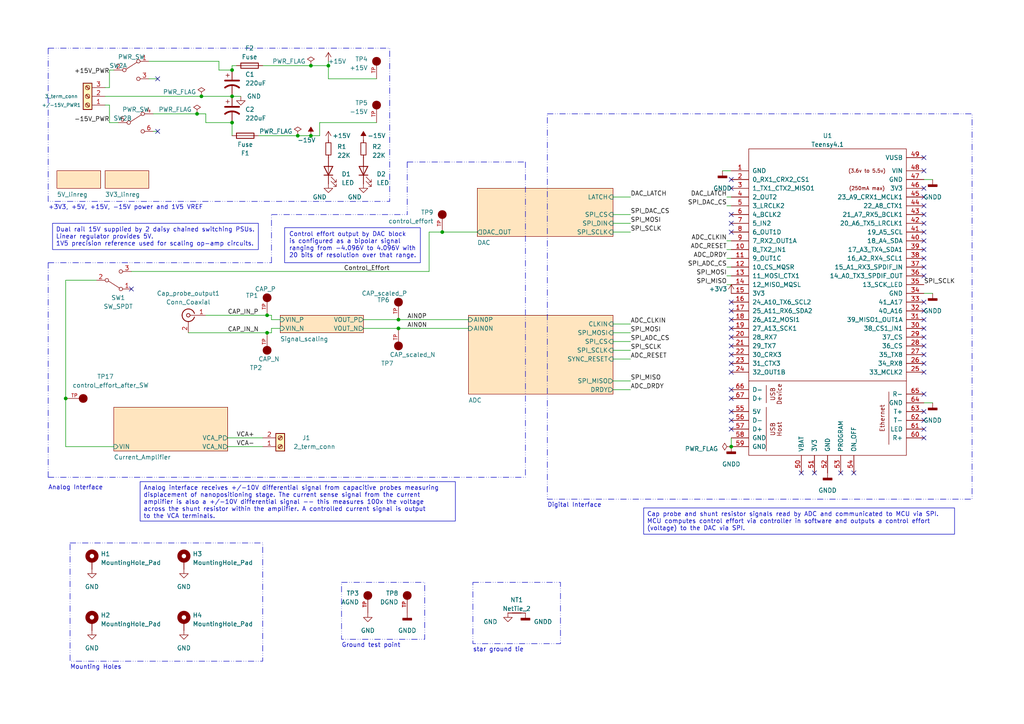
<source format=kicad_sch>
(kicad_sch (version 20230121) (generator eeschema)

  (uuid 420b1871-e553-4672-be8f-bcca7ed43833)

  (paper "A4")

  (title_block
    (title "Nanopositioner Controller")
    (date "2025-11-21")
    (rev "Rev1")
    (company "MIT PCSL")
    (comment 1 "Position sensing, control, and current driving for VCA driving a flexure stage.")
  )

  (lib_symbols
    (symbol "5117:5117" (pin_names (offset 1.016)) (in_bom yes) (on_board yes)
      (property "Reference" "TP" (at -2.5444 2.5415 0)
        (effects (font (size 1.27 1.27)) (justify left bottom))
      )
      (property "Value" "5117" (at -2.55 -5.0866 0)
        (effects (font (size 1.27 1.27)) (justify left bottom))
      )
      (property "Footprint" "5117:KEYSTONE_5117" (at 0 0 0)
        (effects (font (size 1.27 1.27)) (justify bottom) hide)
      )
      (property "Datasheet" "" (at 0 0 0)
        (effects (font (size 1.27 1.27)) hide)
      )
      (property "PARTREV" "H" (at 0 0 0)
        (effects (font (size 1.27 1.27)) (justify bottom) hide)
      )
      (property "STANDARD" "Manufacturer Recommendations" (at 0 0 0)
        (effects (font (size 1.27 1.27)) (justify bottom) hide)
      )
      (property "SNAPEDA_PN" "5000" (at 0 0 0)
        (effects (font (size 1.27 1.27)) (justify bottom) hide)
      )
      (property "MAXIMUM_PACKAGE_HEIGHT" "4.57 mm" (at 0 0 0)
        (effects (font (size 1.27 1.27)) (justify bottom) hide)
      )
      (property "MANUFACTURER" "Keystone" (at 0 0 0)
        (effects (font (size 1.27 1.27)) (justify bottom) hide)
      )
      (symbol "5117_0_0"
        (circle (center 0 0) (radius 0.635)
          (stroke (width 1.27) (type default))
          (fill (type none))
        )
        (pin passive line (at -5.08 0 0) (length 5.08)
          (name "~" (effects (font (size 1.016 1.016))))
          (number "TP" (effects (font (size 1.016 1.016))))
        )
      )
    )
    (symbol "Connector:Conn_Coaxial" (pin_names (offset 1.016) hide) (in_bom yes) (on_board yes)
      (property "Reference" "J" (at 0.254 3.048 0)
        (effects (font (size 1.27 1.27)))
      )
      (property "Value" "Conn_Coaxial" (at 2.921 0 90)
        (effects (font (size 1.27 1.27)))
      )
      (property "Footprint" "" (at 0 0 0)
        (effects (font (size 1.27 1.27)) hide)
      )
      (property "Datasheet" " ~" (at 0 0 0)
        (effects (font (size 1.27 1.27)) hide)
      )
      (property "ki_keywords" "BNC SMA SMB SMC LEMO coaxial connector CINCH RCA" (at 0 0 0)
        (effects (font (size 1.27 1.27)) hide)
      )
      (property "ki_description" "coaxial connector (BNC, SMA, SMB, SMC, Cinch/RCA, LEMO, ...)" (at 0 0 0)
        (effects (font (size 1.27 1.27)) hide)
      )
      (property "ki_fp_filters" "*BNC* *SMA* *SMB* *SMC* *Cinch* *LEMO*" (at 0 0 0)
        (effects (font (size 1.27 1.27)) hide)
      )
      (symbol "Conn_Coaxial_0_1"
        (arc (start -1.778 -0.508) (mid 0.2311 -1.8066) (end 1.778 0)
          (stroke (width 0.254) (type default))
          (fill (type none))
        )
        (polyline
          (pts
            (xy -2.54 0)
            (xy -0.508 0)
          )
          (stroke (width 0) (type default))
          (fill (type none))
        )
        (polyline
          (pts
            (xy 0 -2.54)
            (xy 0 -1.778)
          )
          (stroke (width 0) (type default))
          (fill (type none))
        )
        (circle (center 0 0) (radius 0.508)
          (stroke (width 0.2032) (type default))
          (fill (type none))
        )
        (arc (start 1.778 0) (mid 0.2099 1.8101) (end -1.778 0.508)
          (stroke (width 0.254) (type default))
          (fill (type none))
        )
      )
      (symbol "Conn_Coaxial_1_1"
        (pin passive line (at -5.08 0 0) (length 2.54)
          (name "In" (effects (font (size 1.27 1.27))))
          (number "1" (effects (font (size 1.27 1.27))))
        )
        (pin passive line (at 0 -5.08 90) (length 2.54)
          (name "Ext" (effects (font (size 1.27 1.27))))
          (number "2" (effects (font (size 1.27 1.27))))
        )
      )
    )
    (symbol "Connector:Screw_Terminal_01x02" (pin_names (offset 1.016) hide) (in_bom yes) (on_board yes)
      (property "Reference" "J" (at 0 2.54 0)
        (effects (font (size 1.27 1.27)))
      )
      (property "Value" "Screw_Terminal_01x02" (at 0 -5.08 0)
        (effects (font (size 1.27 1.27)))
      )
      (property "Footprint" "" (at 0 0 0)
        (effects (font (size 1.27 1.27)) hide)
      )
      (property "Datasheet" "~" (at 0 0 0)
        (effects (font (size 1.27 1.27)) hide)
      )
      (property "ki_keywords" "screw terminal" (at 0 0 0)
        (effects (font (size 1.27 1.27)) hide)
      )
      (property "ki_description" "Generic screw terminal, single row, 01x02, script generated (kicad-library-utils/schlib/autogen/connector/)" (at 0 0 0)
        (effects (font (size 1.27 1.27)) hide)
      )
      (property "ki_fp_filters" "TerminalBlock*:*" (at 0 0 0)
        (effects (font (size 1.27 1.27)) hide)
      )
      (symbol "Screw_Terminal_01x02_1_1"
        (rectangle (start -1.27 1.27) (end 1.27 -3.81)
          (stroke (width 0.254) (type default))
          (fill (type background))
        )
        (circle (center 0 -2.54) (radius 0.635)
          (stroke (width 0.1524) (type default))
          (fill (type none))
        )
        (polyline
          (pts
            (xy -0.5334 -2.2098)
            (xy 0.3302 -3.048)
          )
          (stroke (width 0.1524) (type default))
          (fill (type none))
        )
        (polyline
          (pts
            (xy -0.5334 0.3302)
            (xy 0.3302 -0.508)
          )
          (stroke (width 0.1524) (type default))
          (fill (type none))
        )
        (polyline
          (pts
            (xy -0.3556 -2.032)
            (xy 0.508 -2.8702)
          )
          (stroke (width 0.1524) (type default))
          (fill (type none))
        )
        (polyline
          (pts
            (xy -0.3556 0.508)
            (xy 0.508 -0.3302)
          )
          (stroke (width 0.1524) (type default))
          (fill (type none))
        )
        (circle (center 0 0) (radius 0.635)
          (stroke (width 0.1524) (type default))
          (fill (type none))
        )
        (pin passive line (at -5.08 0 0) (length 3.81)
          (name "Pin_1" (effects (font (size 1.27 1.27))))
          (number "1" (effects (font (size 1.27 1.27))))
        )
        (pin passive line (at -5.08 -2.54 0) (length 3.81)
          (name "Pin_2" (effects (font (size 1.27 1.27))))
          (number "2" (effects (font (size 1.27 1.27))))
        )
      )
    )
    (symbol "Connector:Screw_Terminal_01x03" (pin_names (offset 1.016) hide) (in_bom yes) (on_board yes)
      (property "Reference" "3_term_conn1" (at 0 10.16 0)
        (effects (font (size 1.27 1.27)))
      )
      (property "Value" "+/- 15V DC Power" (at 1.27 7.62 0)
        (effects (font (size 1.27 1.27)))
      )
      (property "Footprint" "TB007:CUI_TB007-508-03BE" (at 0 0 0)
        (effects (font (size 1.27 1.27)) hide)
      )
      (property "Datasheet" "~" (at 0 0 0)
        (effects (font (size 1.27 1.27)) hide)
      )
      (property "ki_keywords" "screw terminal" (at 0 0 0)
        (effects (font (size 1.27 1.27)) hide)
      )
      (property "ki_description" "Generic screw terminal, single row, 01x03, script generated (kicad-library-utils/schlib/autogen/connector/)" (at 0 0 0)
        (effects (font (size 1.27 1.27)) hide)
      )
      (property "ki_fp_filters" "TerminalBlock*:*" (at 0 0 0)
        (effects (font (size 1.27 1.27)) hide)
      )
      (symbol "Screw_Terminal_01x03_1_0"
        (pin power_out line (at -5.08 2.54 0) (length 3.81)
          (name "Pin_1" (effects (font (size 1.27 1.27))))
          (number "1" (effects (font (size 1.27 1.27))))
        )
      )
      (symbol "Screw_Terminal_01x03_1_1"
        (rectangle (start -1.27 3.81) (end 1.27 -3.81)
          (stroke (width 0.254) (type default))
          (fill (type background))
        )
        (circle (center 0 -2.54) (radius 0.635)
          (stroke (width 0.1524) (type default))
          (fill (type none))
        )
        (polyline
          (pts
            (xy -0.5334 -2.2098)
            (xy 0.3302 -3.048)
          )
          (stroke (width 0.1524) (type default))
          (fill (type none))
        )
        (polyline
          (pts
            (xy -0.5334 0.3302)
            (xy 0.3302 -0.508)
          )
          (stroke (width 0.1524) (type default))
          (fill (type none))
        )
        (polyline
          (pts
            (xy -0.5334 2.8702)
            (xy 0.3302 2.032)
          )
          (stroke (width 0.1524) (type default))
          (fill (type none))
        )
        (polyline
          (pts
            (xy -0.3556 -2.032)
            (xy 0.508 -2.8702)
          )
          (stroke (width 0.1524) (type default))
          (fill (type none))
        )
        (polyline
          (pts
            (xy -0.3556 0.508)
            (xy 0.508 -0.3302)
          )
          (stroke (width 0.1524) (type default))
          (fill (type none))
        )
        (polyline
          (pts
            (xy -0.3556 3.048)
            (xy 0.508 2.2098)
          )
          (stroke (width 0.1524) (type default))
          (fill (type none))
        )
        (circle (center 0 0) (radius 0.635)
          (stroke (width 0.1524) (type default))
          (fill (type none))
        )
        (circle (center 0 2.54) (radius 0.635)
          (stroke (width 0.1524) (type default))
          (fill (type none))
        )
        (pin power_in line (at -5.08 0 0) (length 3.81)
          (name "Pin_2" (effects (font (size 1.27 1.27))))
          (number "2" (effects (font (size 1.27 1.27))))
        )
        (pin power_out line (at -5.08 -2.54 0) (length 3.81)
          (name "Pin_3" (effects (font (size 1.27 1.27))))
          (number "3" (effects (font (size 1.27 1.27))))
        )
      )
    )
    (symbol "Device:C_Polarized_US" (pin_numbers hide) (pin_names (offset 0.254) hide) (in_bom yes) (on_board yes)
      (property "Reference" "C" (at 0.635 2.54 0)
        (effects (font (size 1.27 1.27)) (justify left))
      )
      (property "Value" "C_Polarized_US" (at 0.635 -2.54 0)
        (effects (font (size 1.27 1.27)) (justify left))
      )
      (property "Footprint" "" (at 0 0 0)
        (effects (font (size 1.27 1.27)) hide)
      )
      (property "Datasheet" "~" (at 0 0 0)
        (effects (font (size 1.27 1.27)) hide)
      )
      (property "ki_keywords" "cap capacitor" (at 0 0 0)
        (effects (font (size 1.27 1.27)) hide)
      )
      (property "ki_description" "Polarized capacitor, US symbol" (at 0 0 0)
        (effects (font (size 1.27 1.27)) hide)
      )
      (property "ki_fp_filters" "CP_*" (at 0 0 0)
        (effects (font (size 1.27 1.27)) hide)
      )
      (symbol "C_Polarized_US_0_1"
        (polyline
          (pts
            (xy -2.032 0.762)
            (xy 2.032 0.762)
          )
          (stroke (width 0.508) (type default))
          (fill (type none))
        )
        (polyline
          (pts
            (xy -1.778 2.286)
            (xy -0.762 2.286)
          )
          (stroke (width 0) (type default))
          (fill (type none))
        )
        (polyline
          (pts
            (xy -1.27 1.778)
            (xy -1.27 2.794)
          )
          (stroke (width 0) (type default))
          (fill (type none))
        )
        (arc (start 2.032 -1.27) (mid 0 -0.5572) (end -2.032 -1.27)
          (stroke (width 0.508) (type default))
          (fill (type none))
        )
      )
      (symbol "C_Polarized_US_1_1"
        (pin passive line (at 0 3.81 270) (length 2.794)
          (name "~" (effects (font (size 1.27 1.27))))
          (number "1" (effects (font (size 1.27 1.27))))
        )
        (pin passive line (at 0 -3.81 90) (length 3.302)
          (name "~" (effects (font (size 1.27 1.27))))
          (number "2" (effects (font (size 1.27 1.27))))
        )
      )
    )
    (symbol "Device:Fuse" (pin_numbers hide) (pin_names (offset 0)) (in_bom yes) (on_board yes)
      (property "Reference" "F" (at 2.032 0 90)
        (effects (font (size 1.27 1.27)))
      )
      (property "Value" "Fuse" (at -1.905 0 90)
        (effects (font (size 1.27 1.27)))
      )
      (property "Footprint" "" (at -1.778 0 90)
        (effects (font (size 1.27 1.27)) hide)
      )
      (property "Datasheet" "~" (at 0 0 0)
        (effects (font (size 1.27 1.27)) hide)
      )
      (property "ki_keywords" "fuse" (at 0 0 0)
        (effects (font (size 1.27 1.27)) hide)
      )
      (property "ki_description" "Fuse" (at 0 0 0)
        (effects (font (size 1.27 1.27)) hide)
      )
      (property "ki_fp_filters" "*Fuse*" (at 0 0 0)
        (effects (font (size 1.27 1.27)) hide)
      )
      (symbol "Fuse_0_1"
        (rectangle (start -0.762 -2.54) (end 0.762 2.54)
          (stroke (width 0.254) (type default))
          (fill (type none))
        )
        (polyline
          (pts
            (xy 0 2.54)
            (xy 0 -2.54)
          )
          (stroke (width 0) (type default))
          (fill (type none))
        )
      )
      (symbol "Fuse_1_1"
        (pin passive line (at 0 3.81 270) (length 1.27)
          (name "~" (effects (font (size 1.27 1.27))))
          (number "1" (effects (font (size 1.27 1.27))))
        )
        (pin passive line (at 0 -3.81 90) (length 1.27)
          (name "~" (effects (font (size 1.27 1.27))))
          (number "2" (effects (font (size 1.27 1.27))))
        )
      )
    )
    (symbol "Device:LED" (pin_numbers hide) (pin_names (offset 1.016) hide) (in_bom yes) (on_board yes)
      (property "Reference" "D" (at 0 2.54 0)
        (effects (font (size 1.27 1.27)))
      )
      (property "Value" "LED" (at 0 -2.54 0)
        (effects (font (size 1.27 1.27)))
      )
      (property "Footprint" "" (at 0 0 0)
        (effects (font (size 1.27 1.27)) hide)
      )
      (property "Datasheet" "~" (at 0 0 0)
        (effects (font (size 1.27 1.27)) hide)
      )
      (property "ki_keywords" "LED diode" (at 0 0 0)
        (effects (font (size 1.27 1.27)) hide)
      )
      (property "ki_description" "Light emitting diode" (at 0 0 0)
        (effects (font (size 1.27 1.27)) hide)
      )
      (property "ki_fp_filters" "LED* LED_SMD:* LED_THT:*" (at 0 0 0)
        (effects (font (size 1.27 1.27)) hide)
      )
      (symbol "LED_0_1"
        (polyline
          (pts
            (xy -1.27 -1.27)
            (xy -1.27 1.27)
          )
          (stroke (width 0.254) (type default))
          (fill (type none))
        )
        (polyline
          (pts
            (xy -1.27 0)
            (xy 1.27 0)
          )
          (stroke (width 0) (type default))
          (fill (type none))
        )
        (polyline
          (pts
            (xy 1.27 -1.27)
            (xy 1.27 1.27)
            (xy -1.27 0)
            (xy 1.27 -1.27)
          )
          (stroke (width 0.254) (type default))
          (fill (type none))
        )
        (polyline
          (pts
            (xy -3.048 -0.762)
            (xy -4.572 -2.286)
            (xy -3.81 -2.286)
            (xy -4.572 -2.286)
            (xy -4.572 -1.524)
          )
          (stroke (width 0) (type default))
          (fill (type none))
        )
        (polyline
          (pts
            (xy -1.778 -0.762)
            (xy -3.302 -2.286)
            (xy -2.54 -2.286)
            (xy -3.302 -2.286)
            (xy -3.302 -1.524)
          )
          (stroke (width 0) (type default))
          (fill (type none))
        )
      )
      (symbol "LED_1_1"
        (pin passive line (at -3.81 0 0) (length 2.54)
          (name "K" (effects (font (size 1.27 1.27))))
          (number "1" (effects (font (size 1.27 1.27))))
        )
        (pin passive line (at 3.81 0 180) (length 2.54)
          (name "A" (effects (font (size 1.27 1.27))))
          (number "2" (effects (font (size 1.27 1.27))))
        )
      )
    )
    (symbol "Device:NetTie_2" (pin_numbers hide) (pin_names (offset 0) hide) (in_bom no) (on_board yes)
      (property "Reference" "NT" (at 0 1.27 0)
        (effects (font (size 1.27 1.27)))
      )
      (property "Value" "NetTie_2" (at 0 -1.27 0)
        (effects (font (size 1.27 1.27)))
      )
      (property "Footprint" "" (at 0 0 0)
        (effects (font (size 1.27 1.27)) hide)
      )
      (property "Datasheet" "~" (at 0 0 0)
        (effects (font (size 1.27 1.27)) hide)
      )
      (property "ki_keywords" "net tie short" (at 0 0 0)
        (effects (font (size 1.27 1.27)) hide)
      )
      (property "ki_description" "Net tie, 2 pins" (at 0 0 0)
        (effects (font (size 1.27 1.27)) hide)
      )
      (property "ki_fp_filters" "Net*Tie*" (at 0 0 0)
        (effects (font (size 1.27 1.27)) hide)
      )
      (symbol "NetTie_2_0_1"
        (polyline
          (pts
            (xy -1.27 0)
            (xy 1.27 0)
          )
          (stroke (width 0.254) (type default))
          (fill (type none))
        )
      )
      (symbol "NetTie_2_1_1"
        (pin passive line (at -2.54 0 0) (length 2.54)
          (name "1" (effects (font (size 1.27 1.27))))
          (number "1" (effects (font (size 1.27 1.27))))
        )
        (pin passive line (at 2.54 0 180) (length 2.54)
          (name "2" (effects (font (size 1.27 1.27))))
          (number "2" (effects (font (size 1.27 1.27))))
        )
      )
    )
    (symbol "Device:R_Small" (pin_numbers hide) (pin_names (offset 0.254) hide) (in_bom yes) (on_board yes)
      (property "Reference" "R" (at 0.762 0.508 0)
        (effects (font (size 1.27 1.27)) (justify left))
      )
      (property "Value" "R_Small" (at 0.762 -1.016 0)
        (effects (font (size 1.27 1.27)) (justify left))
      )
      (property "Footprint" "" (at 0 0 0)
        (effects (font (size 1.27 1.27)) hide)
      )
      (property "Datasheet" "~" (at 0 0 0)
        (effects (font (size 1.27 1.27)) hide)
      )
      (property "ki_keywords" "R resistor" (at 0 0 0)
        (effects (font (size 1.27 1.27)) hide)
      )
      (property "ki_description" "Resistor, small symbol" (at 0 0 0)
        (effects (font (size 1.27 1.27)) hide)
      )
      (property "ki_fp_filters" "R_*" (at 0 0 0)
        (effects (font (size 1.27 1.27)) hide)
      )
      (symbol "R_Small_0_1"
        (rectangle (start -0.762 1.778) (end 0.762 -1.778)
          (stroke (width 0.2032) (type default))
          (fill (type none))
        )
      )
      (symbol "R_Small_1_1"
        (pin passive line (at 0 2.54 270) (length 0.762)
          (name "~" (effects (font (size 1.27 1.27))))
          (number "1" (effects (font (size 1.27 1.27))))
        )
        (pin passive line (at 0 -2.54 90) (length 0.762)
          (name "~" (effects (font (size 1.27 1.27))))
          (number "2" (effects (font (size 1.27 1.27))))
        )
      )
    )
    (symbol "Mechanical:MountingHole_Pad" (pin_numbers hide) (pin_names (offset 1.016) hide) (in_bom yes) (on_board yes)
      (property "Reference" "H" (at 0 6.35 0)
        (effects (font (size 1.27 1.27)))
      )
      (property "Value" "MountingHole_Pad" (at 0 4.445 0)
        (effects (font (size 1.27 1.27)))
      )
      (property "Footprint" "" (at 0 0 0)
        (effects (font (size 1.27 1.27)) hide)
      )
      (property "Datasheet" "~" (at 0 0 0)
        (effects (font (size 1.27 1.27)) hide)
      )
      (property "ki_keywords" "mounting hole" (at 0 0 0)
        (effects (font (size 1.27 1.27)) hide)
      )
      (property "ki_description" "Mounting Hole with connection" (at 0 0 0)
        (effects (font (size 1.27 1.27)) hide)
      )
      (property "ki_fp_filters" "MountingHole*Pad*" (at 0 0 0)
        (effects (font (size 1.27 1.27)) hide)
      )
      (symbol "MountingHole_Pad_0_1"
        (circle (center 0 1.27) (radius 1.27)
          (stroke (width 1.27) (type default))
          (fill (type none))
        )
      )
      (symbol "MountingHole_Pad_1_1"
        (pin input line (at 0 -2.54 90) (length 2.54)
          (name "1" (effects (font (size 1.27 1.27))))
          (number "1" (effects (font (size 1.27 1.27))))
        )
      )
    )
    (symbol "Switch:SW_DPDT_x2" (pin_names (offset 0) hide) (in_bom yes) (on_board yes)
      (property "Reference" "SW" (at 0 4.318 0)
        (effects (font (size 1.27 1.27)))
      )
      (property "Value" "SW_DPDT_x2" (at 0 -5.08 0)
        (effects (font (size 1.27 1.27)))
      )
      (property "Footprint" "" (at 0 0 0)
        (effects (font (size 1.27 1.27)) hide)
      )
      (property "Datasheet" "~" (at 0 0 0)
        (effects (font (size 1.27 1.27)) hide)
      )
      (property "ki_keywords" "switch dual-pole double-throw DPDT spdt ON-ON" (at 0 0 0)
        (effects (font (size 1.27 1.27)) hide)
      )
      (property "ki_description" "Switch, dual pole double throw, separate symbols" (at 0 0 0)
        (effects (font (size 1.27 1.27)) hide)
      )
      (property "ki_fp_filters" "SW*DPDT*" (at 0 0 0)
        (effects (font (size 1.27 1.27)) hide)
      )
      (symbol "SW_DPDT_x2_0_0"
        (circle (center -2.032 0) (radius 0.508)
          (stroke (width 0) (type default))
          (fill (type none))
        )
        (circle (center 2.032 -2.54) (radius 0.508)
          (stroke (width 0) (type default))
          (fill (type none))
        )
      )
      (symbol "SW_DPDT_x2_0_1"
        (polyline
          (pts
            (xy -1.524 0.254)
            (xy 1.651 2.286)
          )
          (stroke (width 0) (type default))
          (fill (type none))
        )
        (circle (center 2.032 2.54) (radius 0.508)
          (stroke (width 0) (type default))
          (fill (type none))
        )
      )
      (symbol "SW_DPDT_x2_1_1"
        (pin passive line (at 5.08 2.54 180) (length 2.54)
          (name "A" (effects (font (size 1.27 1.27))))
          (number "1" (effects (font (size 1.27 1.27))))
        )
        (pin passive line (at -5.08 0 0) (length 2.54)
          (name "B" (effects (font (size 1.27 1.27))))
          (number "2" (effects (font (size 1.27 1.27))))
        )
        (pin passive line (at 5.08 -2.54 180) (length 2.54)
          (name "C" (effects (font (size 1.27 1.27))))
          (number "3" (effects (font (size 1.27 1.27))))
        )
      )
      (symbol "SW_DPDT_x2_2_1"
        (pin passive line (at 5.08 2.54 180) (length 2.54)
          (name "A" (effects (font (size 1.27 1.27))))
          (number "4" (effects (font (size 1.27 1.27))))
        )
        (pin passive line (at -5.08 0 0) (length 2.54)
          (name "B" (effects (font (size 1.27 1.27))))
          (number "5" (effects (font (size 1.27 1.27))))
        )
        (pin passive line (at 5.08 -2.54 180) (length 2.54)
          (name "C" (effects (font (size 1.27 1.27))))
          (number "6" (effects (font (size 1.27 1.27))))
        )
      )
    )
    (symbol "Switch:SW_SPDT" (pin_names (offset 0) hide) (in_bom yes) (on_board yes)
      (property "Reference" "SW" (at 0 4.318 0)
        (effects (font (size 1.27 1.27)))
      )
      (property "Value" "SW_SPDT" (at 0 -5.08 0)
        (effects (font (size 1.27 1.27)))
      )
      (property "Footprint" "" (at 0 0 0)
        (effects (font (size 1.27 1.27)) hide)
      )
      (property "Datasheet" "~" (at 0 0 0)
        (effects (font (size 1.27 1.27)) hide)
      )
      (property "ki_keywords" "switch single-pole double-throw spdt ON-ON" (at 0 0 0)
        (effects (font (size 1.27 1.27)) hide)
      )
      (property "ki_description" "Switch, single pole double throw" (at 0 0 0)
        (effects (font (size 1.27 1.27)) hide)
      )
      (symbol "SW_SPDT_0_0"
        (circle (center -2.032 0) (radius 0.508)
          (stroke (width 0) (type default))
          (fill (type none))
        )
        (circle (center 2.032 -2.54) (radius 0.508)
          (stroke (width 0) (type default))
          (fill (type none))
        )
      )
      (symbol "SW_SPDT_0_1"
        (polyline
          (pts
            (xy -1.524 0.254)
            (xy 1.651 2.286)
          )
          (stroke (width 0) (type default))
          (fill (type none))
        )
        (circle (center 2.032 2.54) (radius 0.508)
          (stroke (width 0) (type default))
          (fill (type none))
        )
      )
      (symbol "SW_SPDT_1_1"
        (pin passive line (at 5.08 2.54 180) (length 2.54)
          (name "A" (effects (font (size 1.27 1.27))))
          (number "1" (effects (font (size 1.27 1.27))))
        )
        (pin passive line (at -5.08 0 0) (length 2.54)
          (name "B" (effects (font (size 1.27 1.27))))
          (number "2" (effects (font (size 1.27 1.27))))
        )
        (pin passive line (at 5.08 -2.54 180) (length 2.54)
          (name "C" (effects (font (size 1.27 1.27))))
          (number "3" (effects (font (size 1.27 1.27))))
        )
      )
    )
    (symbol "power:+15V" (power) (pin_names (offset 0)) (in_bom yes) (on_board yes)
      (property "Reference" "#PWR" (at 0 -3.81 0)
        (effects (font (size 1.27 1.27)) hide)
      )
      (property "Value" "+15V" (at 0 3.556 0)
        (effects (font (size 1.27 1.27)))
      )
      (property "Footprint" "" (at 0 0 0)
        (effects (font (size 1.27 1.27)) hide)
      )
      (property "Datasheet" "" (at 0 0 0)
        (effects (font (size 1.27 1.27)) hide)
      )
      (property "ki_keywords" "global power" (at 0 0 0)
        (effects (font (size 1.27 1.27)) hide)
      )
      (property "ki_description" "Power symbol creates a global label with name \"+15V\"" (at 0 0 0)
        (effects (font (size 1.27 1.27)) hide)
      )
      (symbol "+15V_0_1"
        (polyline
          (pts
            (xy -0.762 1.27)
            (xy 0 2.54)
          )
          (stroke (width 0) (type default))
          (fill (type none))
        )
        (polyline
          (pts
            (xy 0 0)
            (xy 0 2.54)
          )
          (stroke (width 0) (type default))
          (fill (type none))
        )
        (polyline
          (pts
            (xy 0 2.54)
            (xy 0.762 1.27)
          )
          (stroke (width 0) (type default))
          (fill (type none))
        )
      )
      (symbol "+15V_1_1"
        (pin power_in line (at 0 0 90) (length 0) hide
          (name "+15V" (effects (font (size 1.27 1.27))))
          (number "1" (effects (font (size 1.27 1.27))))
        )
      )
    )
    (symbol "power:+3V3" (power) (pin_names (offset 0)) (in_bom yes) (on_board yes)
      (property "Reference" "#PWR" (at 0 -3.81 0)
        (effects (font (size 1.27 1.27)) hide)
      )
      (property "Value" "+3V3" (at 0 3.556 0)
        (effects (font (size 1.27 1.27)))
      )
      (property "Footprint" "" (at 0 0 0)
        (effects (font (size 1.27 1.27)) hide)
      )
      (property "Datasheet" "" (at 0 0 0)
        (effects (font (size 1.27 1.27)) hide)
      )
      (property "ki_keywords" "global power" (at 0 0 0)
        (effects (font (size 1.27 1.27)) hide)
      )
      (property "ki_description" "Power symbol creates a global label with name \"+3V3\"" (at 0 0 0)
        (effects (font (size 1.27 1.27)) hide)
      )
      (symbol "+3V3_0_1"
        (polyline
          (pts
            (xy -0.762 1.27)
            (xy 0 2.54)
          )
          (stroke (width 0) (type default))
          (fill (type none))
        )
        (polyline
          (pts
            (xy 0 0)
            (xy 0 2.54)
          )
          (stroke (width 0) (type default))
          (fill (type none))
        )
        (polyline
          (pts
            (xy 0 2.54)
            (xy 0.762 1.27)
          )
          (stroke (width 0) (type default))
          (fill (type none))
        )
      )
      (symbol "+3V3_1_1"
        (pin power_in line (at 0 0 90) (length 0) hide
          (name "+3V3" (effects (font (size 1.27 1.27))))
          (number "1" (effects (font (size 1.27 1.27))))
        )
      )
    )
    (symbol "power:-15V" (power) (pin_names (offset 0)) (in_bom yes) (on_board yes)
      (property "Reference" "#PWR" (at 0 2.54 0)
        (effects (font (size 1.27 1.27)) hide)
      )
      (property "Value" "-15V" (at 0 3.81 0)
        (effects (font (size 1.27 1.27)))
      )
      (property "Footprint" "" (at 0 0 0)
        (effects (font (size 1.27 1.27)) hide)
      )
      (property "Datasheet" "" (at 0 0 0)
        (effects (font (size 1.27 1.27)) hide)
      )
      (property "ki_keywords" "global power" (at 0 0 0)
        (effects (font (size 1.27 1.27)) hide)
      )
      (property "ki_description" "Power symbol creates a global label with name \"-15V\"" (at 0 0 0)
        (effects (font (size 1.27 1.27)) hide)
      )
      (symbol "-15V_0_0"
        (pin power_in line (at 0 0 90) (length 0) hide
          (name "-15V" (effects (font (size 1.27 1.27))))
          (number "1" (effects (font (size 1.27 1.27))))
        )
      )
      (symbol "-15V_0_1"
        (polyline
          (pts
            (xy 0 0)
            (xy 0 1.27)
            (xy 0.762 1.27)
            (xy 0 2.54)
            (xy -0.762 1.27)
            (xy 0 1.27)
          )
          (stroke (width 0) (type default))
          (fill (type outline))
        )
      )
    )
    (symbol "power:GND" (power) (pin_names (offset 0)) (in_bom yes) (on_board yes)
      (property "Reference" "#PWR" (at 0 -6.35 0)
        (effects (font (size 1.27 1.27)) hide)
      )
      (property "Value" "GND" (at 0 -3.81 0)
        (effects (font (size 1.27 1.27)))
      )
      (property "Footprint" "" (at 0 0 0)
        (effects (font (size 1.27 1.27)) hide)
      )
      (property "Datasheet" "" (at 0 0 0)
        (effects (font (size 1.27 1.27)) hide)
      )
      (property "ki_keywords" "global power" (at 0 0 0)
        (effects (font (size 1.27 1.27)) hide)
      )
      (property "ki_description" "Power symbol creates a global label with name \"GND\" , ground" (at 0 0 0)
        (effects (font (size 1.27 1.27)) hide)
      )
      (symbol "GND_0_1"
        (polyline
          (pts
            (xy 0 0)
            (xy 0 -1.27)
            (xy 1.27 -1.27)
            (xy 0 -2.54)
            (xy -1.27 -1.27)
            (xy 0 -1.27)
          )
          (stroke (width 0) (type default))
          (fill (type none))
        )
      )
      (symbol "GND_1_1"
        (pin power_in line (at 0 0 270) (length 0) hide
          (name "GND" (effects (font (size 1.27 1.27))))
          (number "1" (effects (font (size 1.27 1.27))))
        )
      )
    )
    (symbol "power:GNDD" (power) (pin_names (offset 0)) (in_bom yes) (on_board yes)
      (property "Reference" "#PWR" (at 0 -6.35 0)
        (effects (font (size 1.27 1.27)) hide)
      )
      (property "Value" "GNDD" (at 0 -3.175 0)
        (effects (font (size 1.27 1.27)))
      )
      (property "Footprint" "" (at 0 0 0)
        (effects (font (size 1.27 1.27)) hide)
      )
      (property "Datasheet" "" (at 0 0 0)
        (effects (font (size 1.27 1.27)) hide)
      )
      (property "ki_keywords" "global power" (at 0 0 0)
        (effects (font (size 1.27 1.27)) hide)
      )
      (property "ki_description" "Power symbol creates a global label with name \"GNDD\" , digital ground" (at 0 0 0)
        (effects (font (size 1.27 1.27)) hide)
      )
      (symbol "GNDD_0_1"
        (rectangle (start -1.27 -1.524) (end 1.27 -2.032)
          (stroke (width 0.254) (type default))
          (fill (type outline))
        )
        (polyline
          (pts
            (xy 0 0)
            (xy 0 -1.524)
          )
          (stroke (width 0) (type default))
          (fill (type none))
        )
      )
      (symbol "GNDD_1_1"
        (pin power_in line (at 0 0 270) (length 0) hide
          (name "GNDD" (effects (font (size 1.27 1.27))))
          (number "1" (effects (font (size 1.27 1.27))))
        )
      )
    )
    (symbol "power:PWR_FLAG" (power) (pin_numbers hide) (pin_names (offset 0) hide) (in_bom yes) (on_board yes)
      (property "Reference" "#FLG" (at 0 1.905 0)
        (effects (font (size 1.27 1.27)) hide)
      )
      (property "Value" "PWR_FLAG" (at 0 3.81 0)
        (effects (font (size 1.27 1.27)))
      )
      (property "Footprint" "" (at 0 0 0)
        (effects (font (size 1.27 1.27)) hide)
      )
      (property "Datasheet" "~" (at 0 0 0)
        (effects (font (size 1.27 1.27)) hide)
      )
      (property "ki_keywords" "flag power" (at 0 0 0)
        (effects (font (size 1.27 1.27)) hide)
      )
      (property "ki_description" "Special symbol for telling ERC where power comes from" (at 0 0 0)
        (effects (font (size 1.27 1.27)) hide)
      )
      (symbol "PWR_FLAG_0_0"
        (pin power_out line (at 0 0 90) (length 0)
          (name "pwr" (effects (font (size 1.27 1.27))))
          (number "1" (effects (font (size 1.27 1.27))))
        )
      )
      (symbol "PWR_FLAG_0_1"
        (polyline
          (pts
            (xy 0 0)
            (xy 0 1.27)
            (xy -1.016 1.905)
            (xy 0 2.54)
            (xy 1.016 1.905)
            (xy 0 1.27)
          )
          (stroke (width 0) (type default))
          (fill (type none))
        )
      )
    )
    (symbol "teensy:Teensy4.1" (pin_names (offset 1.016)) (in_bom yes) (on_board yes)
      (property "Reference" "U1" (at 0 64.77 0)
        (effects (font (size 1.27 1.27)))
      )
      (property "Value" "Teensy4.1" (at 0 62.23 0)
        (effects (font (size 1.27 1.27)))
      )
      (property "Footprint" "" (at -10.16 10.16 0)
        (effects (font (size 1.27 1.27)) hide)
      )
      (property "Datasheet" "" (at -10.16 10.16 0)
        (effects (font (size 1.27 1.27)) hide)
      )
      (symbol "Teensy4.1_0_0"
        (polyline
          (pts
            (xy -22.86 -6.35)
            (xy 22.86 -6.35)
          )
          (stroke (width 0) (type solid))
          (fill (type none))
        )
        (polyline
          (pts
            (xy -17.78 -26.67)
            (xy -17.78 -13.97)
          )
          (stroke (width 0) (type solid))
          (fill (type none))
        )
        (polyline
          (pts
            (xy -17.78 -7.62)
            (xy -17.78 -12.7)
          )
          (stroke (width 0) (type solid))
          (fill (type none))
        )
        (polyline
          (pts
            (xy 17.78 -9.525)
            (xy 17.78 -24.765)
          )
          (stroke (width 0) (type solid))
          (fill (type none))
        )
        (text "(250mA max)" (at 11.43 49.53 0)
          (effects (font (size 1.016 1.016)))
        )
        (text "(3.6v to 5.5v)" (at 11.43 54.61 0)
          (effects (font (size 1.016 1.016)))
        )
        (text "Device" (at -13.97 -10.16 900)
          (effects (font (size 1.27 1.27)))
        )
        (text "Ethernet" (at 15.875 -17.145 900)
          (effects (font (size 1.27 1.27)))
        )
        (text "Host" (at -13.97 -20.32 900)
          (effects (font (size 1.27 1.27)))
        )
        (text "USB" (at -15.875 -20.32 900)
          (effects (font (size 1.27 1.27)))
        )
        (text "USB" (at -15.875 -10.16 900)
          (effects (font (size 1.27 1.27)))
        )
        (pin bidirectional line (at -27.94 31.75 0) (length 5.08)
          (name "8_TX2_IN1" (effects (font (size 1.27 1.27))))
          (number "10" (effects (font (size 1.27 1.27))))
        )
        (pin bidirectional line (at -27.94 29.21 0) (length 5.08)
          (name "9_OUT1C" (effects (font (size 1.27 1.27))))
          (number "11" (effects (font (size 1.27 1.27))))
        )
        (pin bidirectional line (at -27.94 26.67 0) (length 5.08)
          (name "10_CS_MQSR" (effects (font (size 1.27 1.27))))
          (number "12" (effects (font (size 1.27 1.27))))
        )
        (pin bidirectional line (at -27.94 24.13 0) (length 5.08)
          (name "11_MOSI_CTX1" (effects (font (size 1.27 1.27))))
          (number "13" (effects (font (size 1.27 1.27))))
        )
        (pin bidirectional line (at -27.94 21.59 0) (length 5.08)
          (name "12_MISO_MQSL" (effects (font (size 1.27 1.27))))
          (number "14" (effects (font (size 1.27 1.27))))
        )
        (pin bidirectional line (at -27.94 16.51 0) (length 5.08)
          (name "24_A10_TX6_SCL2" (effects (font (size 1.27 1.27))))
          (number "16" (effects (font (size 1.27 1.27))))
        )
        (pin bidirectional line (at -27.94 13.97 0) (length 5.08)
          (name "25_A11_RX6_SDA2" (effects (font (size 1.27 1.27))))
          (number "17" (effects (font (size 1.27 1.27))))
        )
        (pin bidirectional line (at -27.94 11.43 0) (length 5.08)
          (name "26_A12_MOSI1" (effects (font (size 1.27 1.27))))
          (number "18" (effects (font (size 1.27 1.27))))
        )
        (pin bidirectional line (at -27.94 8.89 0) (length 5.08)
          (name "27_A13_SCK1" (effects (font (size 1.27 1.27))))
          (number "19" (effects (font (size 1.27 1.27))))
        )
        (pin bidirectional line (at -27.94 6.35 0) (length 5.08)
          (name "28_RX7" (effects (font (size 1.27 1.27))))
          (number "20" (effects (font (size 1.27 1.27))))
        )
        (pin bidirectional line (at -27.94 3.81 0) (length 5.08)
          (name "29_TX7" (effects (font (size 1.27 1.27))))
          (number "21" (effects (font (size 1.27 1.27))))
        )
        (pin bidirectional line (at -27.94 1.27 0) (length 5.08)
          (name "30_CRX3" (effects (font (size 1.27 1.27))))
          (number "22" (effects (font (size 1.27 1.27))))
        )
        (pin bidirectional line (at -27.94 -1.27 0) (length 5.08)
          (name "31_CTX3" (effects (font (size 1.27 1.27))))
          (number "23" (effects (font (size 1.27 1.27))))
        )
        (pin bidirectional line (at -27.94 -3.81 0) (length 5.08)
          (name "32_OUT1B" (effects (font (size 1.27 1.27))))
          (number "24" (effects (font (size 1.27 1.27))))
        )
        (pin bidirectional line (at 27.94 -3.81 180) (length 5.08)
          (name "33_MCLK2" (effects (font (size 1.27 1.27))))
          (number "25" (effects (font (size 1.27 1.27))))
        )
        (pin bidirectional line (at 27.94 -1.27 180) (length 5.08)
          (name "34_RX8" (effects (font (size 1.27 1.27))))
          (number "26" (effects (font (size 1.27 1.27))))
        )
        (pin bidirectional line (at 27.94 1.27 180) (length 5.08)
          (name "35_TX8" (effects (font (size 1.27 1.27))))
          (number "27" (effects (font (size 1.27 1.27))))
        )
        (pin bidirectional line (at 27.94 3.81 180) (length 5.08)
          (name "36_CS" (effects (font (size 1.27 1.27))))
          (number "28" (effects (font (size 1.27 1.27))))
        )
        (pin bidirectional line (at 27.94 6.35 180) (length 5.08)
          (name "37_CS" (effects (font (size 1.27 1.27))))
          (number "29" (effects (font (size 1.27 1.27))))
        )
        (pin bidirectional line (at 27.94 8.89 180) (length 5.08)
          (name "38_CS1_IN1" (effects (font (size 1.27 1.27))))
          (number "30" (effects (font (size 1.27 1.27))))
        )
        (pin bidirectional line (at 27.94 11.43 180) (length 5.08)
          (name "39_MISO1_OUT1A" (effects (font (size 1.27 1.27))))
          (number "31" (effects (font (size 1.27 1.27))))
        )
        (pin bidirectional line (at 27.94 13.97 180) (length 5.08)
          (name "40_A16" (effects (font (size 1.27 1.27))))
          (number "32" (effects (font (size 1.27 1.27))))
        )
        (pin bidirectional line (at 27.94 16.51 180) (length 5.08)
          (name "41_A17" (effects (font (size 1.27 1.27))))
          (number "33" (effects (font (size 1.27 1.27))))
        )
        (pin bidirectional line (at 27.94 21.59 180) (length 5.08)
          (name "13_SCK_LED" (effects (font (size 1.27 1.27))))
          (number "35" (effects (font (size 1.27 1.27))))
        )
        (pin bidirectional line (at 27.94 24.13 180) (length 5.08)
          (name "14_A0_TX3_SPDIF_OUT" (effects (font (size 1.27 1.27))))
          (number "36" (effects (font (size 1.27 1.27))))
        )
        (pin bidirectional line (at 27.94 26.67 180) (length 5.08)
          (name "15_A1_RX3_SPDIF_IN" (effects (font (size 1.27 1.27))))
          (number "37" (effects (font (size 1.27 1.27))))
        )
        (pin bidirectional line (at 27.94 29.21 180) (length 5.08)
          (name "16_A2_RX4_SCL1" (effects (font (size 1.27 1.27))))
          (number "38" (effects (font (size 1.27 1.27))))
        )
        (pin bidirectional line (at 27.94 31.75 180) (length 5.08)
          (name "17_A3_TX4_SDA1" (effects (font (size 1.27 1.27))))
          (number "39" (effects (font (size 1.27 1.27))))
        )
        (pin bidirectional line (at 27.94 34.29 180) (length 5.08)
          (name "18_A4_SDA" (effects (font (size 1.27 1.27))))
          (number "40" (effects (font (size 1.27 1.27))))
        )
        (pin bidirectional line (at 27.94 36.83 180) (length 5.08)
          (name "19_A5_SCL" (effects (font (size 1.27 1.27))))
          (number "41" (effects (font (size 1.27 1.27))))
        )
        (pin bidirectional line (at 27.94 39.37 180) (length 5.08)
          (name "20_A6_TX5_LRCLK1" (effects (font (size 1.27 1.27))))
          (number "42" (effects (font (size 1.27 1.27))))
        )
        (pin bidirectional line (at 27.94 41.91 180) (length 5.08)
          (name "21_A7_RX5_BCLK1" (effects (font (size 1.27 1.27))))
          (number "43" (effects (font (size 1.27 1.27))))
        )
        (pin bidirectional line (at 27.94 44.45 180) (length 5.08)
          (name "22_A8_CTX1" (effects (font (size 1.27 1.27))))
          (number "44" (effects (font (size 1.27 1.27))))
        )
        (pin bidirectional line (at 27.94 46.99 180) (length 5.08)
          (name "23_A9_CRX1_MCLK1" (effects (font (size 1.27 1.27))))
          (number "45" (effects (font (size 1.27 1.27))))
        )
        (pin power_in line (at 27.94 54.61 180) (length 5.08)
          (name "VIN" (effects (font (size 1.27 1.27))))
          (number "48" (effects (font (size 1.27 1.27))))
        )
        (pin power_out line (at 27.94 58.42 180) (length 5.08)
          (name "VUSB" (effects (font (size 1.27 1.27))))
          (number "49" (effects (font (size 1.27 1.27))))
        )
        (pin bidirectional line (at -27.94 44.45 0) (length 5.08)
          (name "3_LRCLK2" (effects (font (size 1.27 1.27))))
          (number "5" (effects (font (size 1.27 1.27))))
        )
        (pin power_in line (at -7.62 -33.02 90) (length 5.08)
          (name "VBAT" (effects (font (size 1.27 1.27))))
          (number "50" (effects (font (size 1.27 1.27))))
        )
        (pin power_in line (at -3.81 -33.02 90) (length 5.08)
          (name "3V3" (effects (font (size 1.27 1.27))))
          (number "51" (effects (font (size 1.27 1.27))))
        )
        (pin input line (at 3.81 -33.02 90) (length 5.08)
          (name "PROGRAM" (effects (font (size 1.27 1.27))))
          (number "53" (effects (font (size 1.27 1.27))))
        )
        (pin input line (at 7.62 -33.02 90) (length 5.08)
          (name "ON_OFF" (effects (font (size 1.27 1.27))))
          (number "54" (effects (font (size 1.27 1.27))))
        )
        (pin power_out line (at -27.94 -15.24 0) (length 5.08)
          (name "5V" (effects (font (size 1.27 1.27))))
          (number "55" (effects (font (size 1.27 1.27))))
        )
        (pin bidirectional line (at -27.94 -17.78 0) (length 5.08)
          (name "D-" (effects (font (size 1.27 1.27))))
          (number "56" (effects (font (size 1.27 1.27))))
        )
        (pin bidirectional line (at -27.94 -20.32 0) (length 5.08)
          (name "D+" (effects (font (size 1.27 1.27))))
          (number "57" (effects (font (size 1.27 1.27))))
        )
        (pin power_in line (at -27.94 -22.86 0) (length 5.08)
          (name "GND" (effects (font (size 1.27 1.27))))
          (number "58" (effects (font (size 1.27 1.27))))
        )
        (pin power_in line (at -27.94 -25.4 0) (length 5.08)
          (name "GND" (effects (font (size 1.27 1.27))))
          (number "59" (effects (font (size 1.27 1.27))))
        )
        (pin bidirectional line (at -27.94 41.91 0) (length 5.08)
          (name "4_BCLK2" (effects (font (size 1.27 1.27))))
          (number "6" (effects (font (size 1.27 1.27))))
        )
        (pin bidirectional line (at 27.94 -22.86 180) (length 5.08)
          (name "R+" (effects (font (size 1.27 1.27))))
          (number "60" (effects (font (size 1.27 1.27))))
        )
        (pin bidirectional line (at 27.94 -20.32 180) (length 5.08)
          (name "LED" (effects (font (size 1.27 1.27))))
          (number "61" (effects (font (size 1.27 1.27))))
        )
        (pin bidirectional line (at 27.94 -17.78 180) (length 5.08)
          (name "T-" (effects (font (size 1.27 1.27))))
          (number "62" (effects (font (size 1.27 1.27))))
        )
        (pin bidirectional line (at 27.94 -15.24 180) (length 5.08)
          (name "T+" (effects (font (size 1.27 1.27))))
          (number "63" (effects (font (size 1.27 1.27))))
        )
        (pin power_in line (at 27.94 -12.7 180) (length 5.08)
          (name "GND" (effects (font (size 1.27 1.27))))
          (number "64" (effects (font (size 1.27 1.27))))
        )
        (pin bidirectional line (at 27.94 -10.16 180) (length 5.08)
          (name "R-" (effects (font (size 1.27 1.27))))
          (number "65" (effects (font (size 1.27 1.27))))
        )
        (pin bidirectional line (at -27.94 -8.89 0) (length 5.08)
          (name "D-" (effects (font (size 1.27 1.27))))
          (number "66" (effects (font (size 1.27 1.27))))
        )
        (pin bidirectional line (at -27.94 -11.43 0) (length 5.08)
          (name "D+" (effects (font (size 1.27 1.27))))
          (number "67" (effects (font (size 1.27 1.27))))
        )
        (pin bidirectional line (at -27.94 39.37 0) (length 5.08)
          (name "5_IN2" (effects (font (size 1.27 1.27))))
          (number "7" (effects (font (size 1.27 1.27))))
        )
        (pin bidirectional line (at -27.94 36.83 0) (length 5.08)
          (name "6_OUT1D" (effects (font (size 1.27 1.27))))
          (number "8" (effects (font (size 1.27 1.27))))
        )
        (pin bidirectional line (at -27.94 34.29 0) (length 5.08)
          (name "7_RX2_OUT1A" (effects (font (size 1.27 1.27))))
          (number "9" (effects (font (size 1.27 1.27))))
        )
      )
      (symbol "Teensy4.1_0_1"
        (rectangle (start -22.86 60.96) (end 22.86 -27.94)
          (stroke (width 0) (type solid))
          (fill (type none))
        )
        (rectangle (start -20.32 -1.27) (end -20.32 -1.27)
          (stroke (width 0) (type solid))
          (fill (type none))
        )
      )
      (symbol "Teensy4.1_1_0"
        (pin power_out line (at -27.94 19.05 0) (length 5.08)
          (name "3V3" (effects (font (size 1.27 1.27))))
          (number "15" (effects (font (size 1.27 1.27))))
        )
        (pin power_out line (at 27.94 49.53 180) (length 5.08)
          (name "3V3" (effects (font (size 1.27 1.27))))
          (number "46" (effects (font (size 1.27 1.27))))
        )
        (pin power_in line (at 27.94 52.07 180) (length 5.08)
          (name "GND" (effects (font (size 1.27 1.27))))
          (number "47" (effects (font (size 1.27 1.27))))
        )
        (pin power_in line (at 0 -33.02 90) (length 5.08)
          (name "GND" (effects (font (size 1.27 1.27))))
          (number "52" (effects (font (size 1.27 1.27))))
        )
      )
      (symbol "Teensy4.1_1_1"
        (pin power_in line (at -27.94 54.61 0) (length 5.08)
          (name "GND" (effects (font (size 1.27 1.27))))
          (number "1" (effects (font (size 1.27 1.27))))
        )
        (pin bidirectional line (at -27.94 52.07 0) (length 5.08)
          (name "0_RX1_CRX2_CS1" (effects (font (size 1.27 1.27))))
          (number "2" (effects (font (size 1.27 1.27))))
        )
        (pin bidirectional line (at -27.94 49.53 0) (length 5.08)
          (name "1_TX1_CTX2_MISO1" (effects (font (size 1.27 1.27))))
          (number "3" (effects (font (size 1.27 1.27))))
        )
        (pin power_in line (at 27.94 19.05 180) (length 5.08)
          (name "GND" (effects (font (size 1.27 1.27))))
          (number "34" (effects (font (size 1.27 1.27))))
        )
        (pin bidirectional line (at -27.94 46.99 0) (length 5.08)
          (name "2_OUT2" (effects (font (size 1.27 1.27))))
          (number "4" (effects (font (size 1.27 1.27))))
        )
      )
    )
  )


  (junction (at 90.17 19.05) (diameter 0) (color 0 0 0 0)
    (uuid 02238e3e-46b3-47fd-ac57-d6b4167bd1e6)
  )
  (junction (at 86.36 39.37) (diameter 0) (color 0 0 0 0)
    (uuid 0824a74a-6762-411c-8e25-b16a02756c7f)
  )
  (junction (at 77.47 91.44) (diameter 0) (color 0 0 0 0)
    (uuid 0a15c24f-e4af-4f81-adb1-87924b96f164)
  )
  (junction (at 19.05 115.57) (diameter 0) (color 0 0 0 0)
    (uuid 1b4f629f-ef9d-4b04-ba58-f3774267212f)
  )
  (junction (at 58.42 27.94) (diameter 0) (color 0 0 0 0)
    (uuid 20ac5d9a-9b76-4930-acb0-382e335b1e5d)
  )
  (junction (at 212.09 129.54) (diameter 0) (color 0 0 0 0)
    (uuid 2d7658d7-8817-4cb9-889e-9f5c2643a121)
  )
  (junction (at 57.15 33.02) (diameter 0) (color 0 0 0 0)
    (uuid 2e394f08-8f3f-4050-ad5f-27a67bd52fd7)
  )
  (junction (at 67.31 27.94) (diameter 0) (color 0 0 0 0)
    (uuid 341d9779-096f-4e26-81d8-efb3f628f538)
  )
  (junction (at 67.31 35.56) (diameter 0) (color 0 0 0 0)
    (uuid 38f9e40d-40e7-490a-ace7-d26558f09a93)
  )
  (junction (at 115.57 92.71) (diameter 0) (color 0 0 0 0)
    (uuid 463fb4cd-eb0d-44b9-b309-2471dd53b61d)
  )
  (junction (at 90.17 39.37) (diameter 0) (color 0 0 0 0)
    (uuid 5bf1d6c2-3c3d-4ad2-86d8-31efb0bc85df)
  )
  (junction (at 77.47 96.52) (diameter 0) (color 0 0 0 0)
    (uuid 5e951869-92c0-446f-b1d7-5e1a8069d5dc)
  )
  (junction (at 67.31 20.32) (diameter 0) (color 0 0 0 0)
    (uuid 89abe14a-ec9d-4cf6-bba5-1aa7a6981b20)
  )
  (junction (at 115.57 95.25) (diameter 0) (color 0 0 0 0)
    (uuid 9bbc33ff-63f0-4a68-b1ce-bedf8f40f6b1)
  )
  (junction (at 128.27 67.31) (diameter 0) (color 0 0 0 0)
    (uuid ab2e09f0-71d0-431d-afd7-6b9b92128f69)
  )
  (junction (at 95.25 19.05) (diameter 0) (color 0 0 0 0)
    (uuid da266896-067d-41fc-af72-a7d0f8f7f310)
  )

  (no_connect (at 267.97 87.63) (uuid 00b1489c-a3a6-4fcc-a372-3aed5375ace8))
  (no_connect (at 212.09 97.79) (uuid 102a1877-7b55-4dee-bbf7-59d665a7d82d))
  (no_connect (at 45.72 22.86) (uuid 16dc6e35-52c4-4166-ba08-3e59c0d7eb89))
  (no_connect (at 267.97 72.39) (uuid 1d9110f4-b594-438a-9436-024b932b2512))
  (no_connect (at 267.97 54.61) (uuid 1f4bedfb-9458-43d2-afa4-0417d8e8611f))
  (no_connect (at 267.97 102.87) (uuid 2694d97e-f555-49e3-b46b-8161b678e3ed))
  (no_connect (at 267.97 57.15) (uuid 26a3dfe4-f7b9-4f0f-92a3-6e1b34cd6769))
  (no_connect (at 267.97 64.77) (uuid 27336067-9623-4ae3-84b4-d6384c95cc09))
  (no_connect (at 243.84 137.16) (uuid 2aa72493-214f-4b0e-a419-4122b14fb728))
  (no_connect (at 247.65 137.16) (uuid 2df91835-afc6-4500-a03b-34210f8c5f7b))
  (no_connect (at 212.09 115.57) (uuid 2fdff0eb-4db1-4cff-bfc7-f6926a648d0a))
  (no_connect (at 212.09 92.71) (uuid 30a9b272-8c3b-47df-8156-34e677aeb5f7))
  (no_connect (at 267.97 59.69) (uuid 362a21b3-cdf0-4d25-8c63-78e496fb3a7c))
  (no_connect (at 267.97 80.01) (uuid 36529178-13a3-42ff-a86d-425f7738e8db))
  (no_connect (at 267.97 121.92) (uuid 3d501c88-b7fc-432a-ad81-bdc5b407ae67))
  (no_connect (at 267.97 67.31) (uuid 43639f8d-3957-4600-9196-3d5530d22c15))
  (no_connect (at 212.09 113.03) (uuid 43b545fa-ea42-4b92-b992-7fcf987cee8b))
  (no_connect (at 267.97 124.46) (uuid 457ce55e-0db8-4a13-b3cd-7ced64bff8b8))
  (no_connect (at 38.1 83.82) (uuid 45afd4d3-6acc-4bee-9937-c2f0d884aa76))
  (no_connect (at 267.97 95.25) (uuid 469b69ae-653f-43ba-9f15-82f4343258d1))
  (no_connect (at 212.09 62.23) (uuid 55a07652-265f-4353-a824-fc3cee44342c))
  (no_connect (at 45.72 38.1) (uuid 56ddf634-c9f6-4080-8fde-2d4510ec3394))
  (no_connect (at 267.97 97.79) (uuid 5c05885d-b38b-4d55-99e2-48be1869967a))
  (no_connect (at 212.09 107.95) (uuid 5d0609dc-d34f-4322-92e4-1c787dd1f4eb))
  (no_connect (at 232.41 137.16) (uuid 5d772e07-2959-47de-897b-642f96e4e2ad))
  (no_connect (at 267.97 77.47) (uuid 71b62eff-8c70-40ee-bd42-fd5e8ae0c3c8))
  (no_connect (at 212.09 54.61) (uuid 77f6f5cf-2eb2-41ed-942a-fc9e1914a73d))
  (no_connect (at 267.97 127) (uuid 79d1a4dd-68d8-4aa5-9bec-e2a776978f2e))
  (no_connect (at 267.97 45.72) (uuid 7bd4375b-d125-4479-a1b5-97197fb757fa))
  (no_connect (at 212.09 64.77) (uuid 7bf541b9-e34e-4113-b295-93630ffd4689))
  (no_connect (at 267.97 107.95) (uuid 7db3c5e0-7a61-4084-a84d-bfd0a5eaf5b9))
  (no_connect (at 212.09 87.63) (uuid 855cc724-08ff-4ac2-82c1-b10ff09d712e))
  (no_connect (at 267.97 105.41) (uuid 8a2f6589-78d6-4b27-bda1-985b674d914c))
  (no_connect (at 267.97 90.17) (uuid 8bf82e46-6597-4f1c-bcb1-b5463e80b2b7))
  (no_connect (at 212.09 67.31) (uuid 97f9e458-fc55-4931-82b1-091a4c05a048))
  (no_connect (at 267.97 119.38) (uuid 9edc3701-432d-4f44-9a9d-be15b00f3379))
  (no_connect (at 212.09 95.25) (uuid a2a4ef84-30db-40e7-8484-fb6b4cc7b06a))
  (no_connect (at 267.97 100.33) (uuid b52c21a4-fac9-424d-9342-77e7a5194c5b))
  (no_connect (at 267.97 92.71) (uuid b6519201-4821-4fe7-a997-58a6c2b3542b))
  (no_connect (at 267.97 114.3) (uuid bd4cf4c3-2e57-402c-afc2-d683a0a349ed))
  (no_connect (at 267.97 74.93) (uuid c270acb3-5b75-4ec4-873c-909f1c595305))
  (no_connect (at 212.09 52.07) (uuid c34bcf32-db02-45f2-9269-2991ab4b7a18))
  (no_connect (at 212.09 121.92) (uuid c6b45241-571b-46d8-8ec3-96644d394032))
  (no_connect (at 212.09 105.41) (uuid cc73e3c7-443e-4c4a-b7fc-8a8b6c3cead3))
  (no_connect (at 212.09 100.33) (uuid d8a5efa0-593f-4c42-8968-5510a4fa3eed))
  (no_connect (at 267.97 62.23) (uuid def89e17-4070-49db-af11-7ee82392bac4))
  (no_connect (at 212.09 124.46) (uuid e8c7dfcc-441d-45be-82a5-f4713c3f1e68))
  (no_connect (at 267.97 69.85) (uuid ed387ede-69c4-45ce-8f0c-469e5dfdc818))
  (no_connect (at 267.97 49.53) (uuid ee0a23f1-95ee-4ea2-a619-527c9df55237))
  (no_connect (at 236.22 137.16) (uuid ef3c4717-a758-40d9-8fb5-97203f745c03))
  (no_connect (at 212.09 119.38) (uuid f16a1f70-38ad-4e7d-a723-f3be5ff22906))
  (no_connect (at 212.09 102.87) (uuid f1a1412c-006c-4c45-80cd-9771546f2292))
  (no_connect (at 212.09 90.17) (uuid f2296cd0-f43d-4c8c-bd0a-66bdb8f653c2))

  (polyline (pts (xy 118.11 46.99) (xy 118.11 62.23))
    (stroke (width 0) (type dash_dot_dot))
    (uuid 01ed81a4-c934-485c-9e11-874611893041)
  )

  (wire (pts (xy 86.36 39.37) (xy 90.17 39.37))
    (stroke (width 0) (type default))
    (uuid 03ee266e-4b9c-4588-bf48-a42f5fa60c3a)
  )
  (wire (pts (xy 59.69 33.02) (xy 59.69 35.56))
    (stroke (width 0) (type default))
    (uuid 0c4111f8-b796-4df4-b269-afd640da5f5f)
  )
  (wire (pts (xy 59.69 91.44) (xy 77.47 91.44))
    (stroke (width 0) (type default))
    (uuid 13b1521d-7810-4ced-aada-557c799f652f)
  )
  (wire (pts (xy 115.57 95.25) (xy 135.89 95.25))
    (stroke (width 0) (type default))
    (uuid 1477dcc3-0af4-4082-ac20-b49f3846756a)
  )
  (wire (pts (xy 66.04 129.54) (xy 76.2 129.54))
    (stroke (width 0) (type default))
    (uuid 149b53a1-03a5-4a6c-9692-00ca9f78ff86)
  )
  (wire (pts (xy 67.31 19.05) (xy 68.58 19.05))
    (stroke (width 0) (type default))
    (uuid 1b84475e-5564-4519-9fea-5ba010e9a0fd)
  )
  (polyline (pts (xy 78.74 76.2) (xy 78.74 62.23))
    (stroke (width 0) (type dash_dot_dot))
    (uuid 1ef508a4-6405-4ced-b77a-140a24dce5aa)
  )
  (polyline (pts (xy 152.4 46.99) (xy 152.4 138.43))
    (stroke (width 0) (type dash_dot_dot))
    (uuid 204ef638-b260-405f-9891-6bd3b23cd962)
  )

  (wire (pts (xy 210.82 80.01) (xy 212.09 80.01))
    (stroke (width 0) (type default))
    (uuid 2163ef58-6057-4342-a0e7-4898e6c9536d)
  )
  (wire (pts (xy 63.5 17.78) (xy 63.5 20.32))
    (stroke (width 0) (type default))
    (uuid 2bba6133-1fad-43cf-baad-35a7f21b829a)
  )
  (wire (pts (xy 30.48 25.4) (xy 31.75 25.4))
    (stroke (width 0) (type default))
    (uuid 2cf99287-935c-4895-aa87-b2b2c5b6f445)
  )
  (wire (pts (xy 267.97 52.07) (xy 270.51 52.07))
    (stroke (width 0) (type default))
    (uuid 2e1f018e-708a-456b-9225-d5eef88bf424)
  )
  (wire (pts (xy 209.55 49.53) (xy 212.09 49.53))
    (stroke (width 0) (type default))
    (uuid 2feec2e6-d98f-4718-8db2-1b7af2a39c64)
  )
  (wire (pts (xy 77.47 91.44) (xy 78.74 91.44))
    (stroke (width 0) (type default))
    (uuid 3326ffbc-5310-48a2-b3a3-50cd8ed2422a)
  )
  (wire (pts (xy 44.45 33.02) (xy 57.15 33.02))
    (stroke (width 0) (type default))
    (uuid 3431e006-1698-474b-97cc-fe26e5d2b6d4)
  )
  (wire (pts (xy 210.82 57.15) (xy 212.09 57.15))
    (stroke (width 0) (type default))
    (uuid 358499fa-3efd-46a0-9df4-352e335ddcd6)
  )
  (wire (pts (xy 109.22 22.86) (xy 95.25 22.86))
    (stroke (width 0) (type default))
    (uuid 35a97ba1-dff4-4e36-9f5d-05cc6d84c5cb)
  )
  (wire (pts (xy 95.25 17.78) (xy 95.25 19.05))
    (stroke (width 0) (type default))
    (uuid 41fa1cda-7172-4ea1-84d5-6b45f6a0e40c)
  )
  (wire (pts (xy 30.48 27.94) (xy 58.42 27.94))
    (stroke (width 0) (type default))
    (uuid 4852fb4d-d3b8-47ca-aeb3-cd79cd9708da)
  )
  (wire (pts (xy 43.18 17.78) (xy 63.5 17.78))
    (stroke (width 0) (type default))
    (uuid 48aaee5d-534b-46ab-ac3b-b9412850d334)
  )
  (wire (pts (xy 92.71 35.56) (xy 109.22 35.56))
    (stroke (width 0) (type default))
    (uuid 4a67dcce-103e-48c2-b498-e6c30155540e)
  )
  (wire (pts (xy 77.47 96.52) (xy 78.74 96.52))
    (stroke (width 0) (type default))
    (uuid 5490adc0-8d5f-4a84-916f-6d4b695b71e6)
  )
  (wire (pts (xy 177.8 96.52) (xy 182.88 96.52))
    (stroke (width 0) (type default))
    (uuid 55c4a6ac-6bbb-49c9-ae48-37e2bb55f14d)
  )
  (wire (pts (xy 177.8 64.77) (xy 182.88 64.77))
    (stroke (width 0) (type default))
    (uuid 57b7dc30-c2c6-4f4e-afbe-66adb20332cb)
  )
  (wire (pts (xy 58.42 27.94) (xy 67.31 27.94))
    (stroke (width 0) (type default))
    (uuid 5a505a19-5e2e-42c0-9eee-78e8ff5bfee1)
  )
  (wire (pts (xy 31.75 20.32) (xy 33.02 20.32))
    (stroke (width 0) (type default))
    (uuid 6064dcac-c80d-4de8-acfc-79ef48cae866)
  )
  (wire (pts (xy 78.74 92.71) (xy 81.28 92.71))
    (stroke (width 0) (type default))
    (uuid 66688e8b-1c2d-4828-9030-cdabbed36b36)
  )
  (wire (pts (xy 210.82 69.85) (xy 212.09 69.85))
    (stroke (width 0) (type default))
    (uuid 6e91f3d3-d8e9-4da0-8707-c19616bcdd27)
  )
  (wire (pts (xy 76.2 19.05) (xy 90.17 19.05))
    (stroke (width 0) (type default))
    (uuid 7032f923-e26d-44c3-8cdc-184a992456aa)
  )
  (wire (pts (xy 19.05 81.28) (xy 27.94 81.28))
    (stroke (width 0) (type default))
    (uuid 711cf2d0-0c04-45e7-a50f-44f5373ac302)
  )
  (wire (pts (xy 210.82 72.39) (xy 212.09 72.39))
    (stroke (width 0) (type default))
    (uuid 7162925d-c33c-4323-a15b-18496f5e08ea)
  )
  (wire (pts (xy 45.72 38.1) (xy 44.45 38.1))
    (stroke (width 0) (type default))
    (uuid 788c5935-688b-495c-89fe-b0a38037eb89)
  )
  (wire (pts (xy 124.46 67.31) (xy 128.27 67.31))
    (stroke (width 0) (type default))
    (uuid 7d8f60fc-4f99-4164-936e-ebfebf6d7a05)
  )
  (wire (pts (xy 54.61 96.52) (xy 77.47 96.52))
    (stroke (width 0) (type default))
    (uuid 801ebae3-da2d-48eb-871a-c447e9384ea9)
  )
  (wire (pts (xy 128.27 67.31) (xy 138.43 67.31))
    (stroke (width 0) (type default))
    (uuid 8287a203-6007-4a18-9537-47713d97f4ba)
  )
  (wire (pts (xy 177.8 104.14) (xy 182.88 104.14))
    (stroke (width 0) (type default))
    (uuid 8673a4f6-4fc0-456e-8444-4645b48b3ec4)
  )
  (wire (pts (xy 210.82 82.55) (xy 212.09 82.55))
    (stroke (width 0) (type default))
    (uuid 8810909d-acce-468e-a504-fce5ffff699c)
  )
  (wire (pts (xy 92.71 35.56) (xy 92.71 39.37))
    (stroke (width 0) (type default))
    (uuid 89944e3a-6e6a-46fe-a61e-43bef9f3a243)
  )
  (wire (pts (xy 74.93 39.37) (xy 86.36 39.37))
    (stroke (width 0) (type default))
    (uuid 8c1656b9-0402-4936-943c-7534dd6f39f9)
  )
  (wire (pts (xy 59.69 35.56) (xy 67.31 35.56))
    (stroke (width 0) (type default))
    (uuid 8d2726ff-f41e-4ed6-8f5a-33070f4bbb6f)
  )
  (wire (pts (xy 124.46 67.31) (xy 124.46 78.74))
    (stroke (width 0) (type default))
    (uuid 8df1aaee-8528-4fb5-9d5a-61ebbd896398)
  )
  (wire (pts (xy 19.05 115.57) (xy 19.05 129.54))
    (stroke (width 0) (type default))
    (uuid 8e1f9470-6b97-45b2-8961-bec832fbd349)
  )
  (wire (pts (xy 210.82 59.69) (xy 212.09 59.69))
    (stroke (width 0) (type default))
    (uuid 8eae2361-2cf4-44b9-b2c5-a234f86c009d)
  )
  (wire (pts (xy 177.8 113.03) (xy 182.88 113.03))
    (stroke (width 0) (type default))
    (uuid 915d7b0f-3411-4a02-98d8-d279503bf0f1)
  )
  (polyline (pts (xy 118.11 46.99) (xy 152.4 46.99))
    (stroke (width 0) (type dash_dot_dot))
    (uuid 9233b868-6c91-4b50-a13a-2204217eb440)
  )
  (polyline (pts (xy 13.97 138.43) (xy 152.4 138.43))
    (stroke (width 0) (type dash_dot_dot))
    (uuid 9a73a2c4-3e49-4c28-bb75-ef1620f18b51)
  )

  (wire (pts (xy 177.8 57.15) (xy 182.88 57.15))
    (stroke (width 0) (type default))
    (uuid 9be048fc-e955-4f40-a4d2-abbf236b748d)
  )
  (wire (pts (xy 105.41 92.71) (xy 115.57 92.71))
    (stroke (width 0) (type default))
    (uuid a00ff155-fc3b-4990-9b72-047d34cac97e)
  )
  (wire (pts (xy 31.75 35.56) (xy 34.29 35.56))
    (stroke (width 0) (type default))
    (uuid a2bab3c9-256d-4bf9-8f2a-25a7b30209ec)
  )
  (wire (pts (xy 67.31 19.05) (xy 67.31 20.32))
    (stroke (width 0) (type default))
    (uuid a2bd1c62-837c-426d-a6a3-a4783ec22245)
  )
  (wire (pts (xy 177.8 110.49) (xy 182.88 110.49))
    (stroke (width 0) (type default))
    (uuid a3483403-f183-4266-a9b3-bef0f2d19bf7)
  )
  (wire (pts (xy 66.04 127) (xy 76.2 127))
    (stroke (width 0) (type default))
    (uuid a79e8649-0842-408e-a699-a95005bc61ac)
  )
  (wire (pts (xy 212.09 127) (xy 212.09 129.54))
    (stroke (width 0) (type default))
    (uuid a88b04a4-00cd-4c3d-9182-c0f1dc5535a4)
  )
  (wire (pts (xy 105.41 95.25) (xy 115.57 95.25))
    (stroke (width 0) (type default))
    (uuid a92fa22f-9570-4f11-ad5c-7aebb27f8676)
  )
  (wire (pts (xy 115.57 92.71) (xy 135.89 92.71))
    (stroke (width 0) (type default))
    (uuid aa88f2dc-e962-478d-89a8-5cba6cd1bb74)
  )
  (polyline (pts (xy 13.97 138.43) (xy 13.97 76.2))
    (stroke (width 0) (type dash_dot_dot))
    (uuid ae09e1dd-4d03-49fb-a93a-76c444dedc09)
  )

  (wire (pts (xy 45.72 22.86) (xy 43.18 22.86))
    (stroke (width 0) (type default))
    (uuid b0c2a00e-9d8c-463f-8f82-d97a76c26176)
  )
  (wire (pts (xy 177.8 99.06) (xy 182.88 99.06))
    (stroke (width 0) (type default))
    (uuid b139ecf2-1d1f-432b-88fe-bbd4746609c0)
  )
  (wire (pts (xy 92.71 39.37) (xy 90.17 39.37))
    (stroke (width 0) (type default))
    (uuid b65004c2-6128-4d2b-abc7-0bb4613c7b1c)
  )
  (wire (pts (xy 177.8 101.6) (xy 182.88 101.6))
    (stroke (width 0) (type default))
    (uuid b6de2d8f-fc3e-41e7-83d4-a8a70f356e9d)
  )
  (wire (pts (xy 63.5 20.32) (xy 67.31 20.32))
    (stroke (width 0) (type default))
    (uuid ba6328c8-2db8-47f0-a9e8-e4c961e27323)
  )
  (wire (pts (xy 57.15 33.02) (xy 59.69 33.02))
    (stroke (width 0) (type default))
    (uuid be4adb41-8c39-4271-867e-6bed82697022)
  )
  (wire (pts (xy 177.8 93.98) (xy 182.88 93.98))
    (stroke (width 0) (type default))
    (uuid c14058fa-c218-4fbe-9243-7c98bd903f01)
  )
  (wire (pts (xy 31.75 30.48) (xy 30.48 30.48))
    (stroke (width 0) (type default))
    (uuid c506132d-83e1-4fd8-b77a-0454bd764dec)
  )
  (wire (pts (xy 19.05 81.28) (xy 19.05 115.57))
    (stroke (width 0) (type default))
    (uuid c525fd0a-d4f3-4589-87b0-54f9f8364ca9)
  )
  (wire (pts (xy 267.97 116.84) (xy 270.51 116.84))
    (stroke (width 0) (type default))
    (uuid c9f0133f-7965-42c9-957e-81c60cc469da)
  )
  (wire (pts (xy 31.75 35.56) (xy 31.75 30.48))
    (stroke (width 0) (type default))
    (uuid cebeffe4-25dd-41c5-b242-a0522d7f6104)
  )
  (wire (pts (xy 67.31 35.56) (xy 67.31 39.37))
    (stroke (width 0) (type default))
    (uuid cf56822d-4fdb-4e73-bb77-aef8a8bd83b3)
  )
  (wire (pts (xy 38.1 78.74) (xy 124.46 78.74))
    (stroke (width 0) (type default))
    (uuid d3b8dc00-45cf-4f19-8be3-452b0cf7b172)
  )
  (wire (pts (xy 210.82 74.93) (xy 212.09 74.93))
    (stroke (width 0) (type default))
    (uuid d97ccdae-1397-43f4-9ed8-b34780ff011f)
  )
  (wire (pts (xy 267.97 85.09) (xy 270.51 85.09))
    (stroke (width 0) (type default))
    (uuid db8ba409-a509-4546-984d-0d1426094618)
  )
  (wire (pts (xy 78.74 91.44) (xy 78.74 92.71))
    (stroke (width 0) (type default))
    (uuid dd434adb-e23b-432e-ab15-15060aff2551)
  )
  (wire (pts (xy 67.31 27.94) (xy 69.85 27.94))
    (stroke (width 0) (type default))
    (uuid ddf17055-8a5c-4be6-ba58-644e8780a9df)
  )
  (wire (pts (xy 78.74 96.52) (xy 78.74 95.25))
    (stroke (width 0) (type default))
    (uuid e3b3191c-ff50-4ddc-b3ad-31d99c3a31ba)
  )
  (wire (pts (xy 210.82 77.47) (xy 212.09 77.47))
    (stroke (width 0) (type default))
    (uuid e5188997-12b1-4646-8f9f-7a068b93f6f9)
  )
  (polyline (pts (xy 13.97 76.2) (xy 78.74 76.2))
    (stroke (width 0) (type dash_dot_dot))
    (uuid e7611cab-702b-4ae4-9168-ccebd95a47ed)
  )

  (wire (pts (xy 78.74 95.25) (xy 81.28 95.25))
    (stroke (width 0) (type default))
    (uuid e9e9479d-0f27-476f-9c5e-115b650e56e2)
  )
  (wire (pts (xy 95.25 22.86) (xy 95.25 19.05))
    (stroke (width 0) (type default))
    (uuid f2c5d801-5926-49f4-911d-f4ac8f498a94)
  )
  (wire (pts (xy 19.05 129.54) (xy 33.02 129.54))
    (stroke (width 0) (type default))
    (uuid f4cf21de-6220-434d-b089-6950057aa4d5)
  )
  (wire (pts (xy 31.75 25.4) (xy 31.75 20.32))
    (stroke (width 0) (type default))
    (uuid f8366457-f3aa-452c-a54b-8208e05593c5)
  )
  (polyline (pts (xy 78.74 62.23) (xy 118.11 62.23))
    (stroke (width 0) (type dash_dot_dot))
    (uuid f8665b16-a630-4917-8283-2335887c9743)
  )

  (wire (pts (xy 90.17 19.05) (xy 95.25 19.05))
    (stroke (width 0) (type default))
    (uuid fbbfc2f9-c6fe-4780-a52d-40e202688ee3)
  )
  (wire (pts (xy 177.8 62.23) (xy 182.88 62.23))
    (stroke (width 0) (type default))
    (uuid fbc4c1c5-2fff-41d1-bb0b-dd757a15537e)
  )
  (wire (pts (xy 177.8 67.31) (xy 182.88 67.31))
    (stroke (width 0) (type default))
    (uuid ff1bfb83-1653-4d07-bddb-e082f2b402f1)
  )

  (rectangle (start 20.32 157.48) (end 76.2 191.77)
    (stroke (width 0) (type dash_dot_dot))
    (fill (type none))
    (uuid 22168b26-6562-4954-8eb5-be8f94a79c4b)
  )
  (rectangle (start 137.16 168.91) (end 162.56 186.69)
    (stroke (width 0) (type dash_dot_dot))
    (fill (type none))
    (uuid 3d3ccb0b-1c08-4389-9cd0-e6e320246011)
  )
  (rectangle (start 13.97 13.97) (end 113.03 58.42)
    (stroke (width 0) (type dash_dot_dot))
    (fill (type none))
    (uuid 4c4c4c4f-7820-4abc-b0bd-3269ff149d84)
  )
  (rectangle (start 99.06 168.91) (end 123.19 185.42)
    (stroke (width 0) (type dash_dot_dot))
    (fill (type none))
    (uuid 4d2576fc-a4cb-41fb-8828-4607e507d371)
  )
  (rectangle (start 82.55 66.04) (end 121.92 76.2)
    (stroke (width 0) (type default))
    (fill (type none))
    (uuid b56139ef-7a1d-457b-b130-419da9147da7)
  )
  (rectangle (start 158.75 33.02) (end 281.94 144.78)
    (stroke (width 0) (type dash_dot_dot))
    (fill (type none))
    (uuid bd042287-e5d2-466f-8b4e-502ea6267649)
  )

  (text_box "Analog interface receives +/-10V differential signal from capacitive probes measuring\ndisplacement of nanopositioning stage. The current sense signal from the current \namplifier is also a +/-10V differential signal -- this measures 100x the voltage \nacross the shunt resistor within the amplifier. A controlled current signal is output\nto the VCA terminals."
    (at 40.64 139.7 0) (size 91.44 11.43)
    (stroke (width 0) (type default))
    (fill (type none))
    (effects (font (size 1.27 1.27)) (justify left top))
    (uuid 552d4409-8e31-42a8-bbc9-357385ca2562)
  )
  (text_box "Dual rail 15V supplied by 2 daisy chained switching PSUs.\nLinear regulator provides 5V.\n1V5 precision reference used for scaling op-amp circuits."
    (at 15.24 64.77 0) (size 59.69 7.62)
    (stroke (width 0) (type default))
    (fill (type none))
    (effects (font (size 1.27 1.27)) (justify left top))
    (uuid b63a9d8c-0be7-4d60-8922-28985e0e25b8)
  )
  (text_box "Cap probe and shunt resistor signals read by ADC and communicated to MCU via SPI.\nMCU computes control effort via controller in software and outputs a control effort\n(voltage) to the DAC via SPI."
    (at 186.69 147.32 0) (size 90.17 7.62)
    (stroke (width 0) (type default))
    (fill (type none))
    (effects (font (size 1.27 1.27)) (justify left top))
    (uuid e72b39ed-6515-4f09-b415-289ff921a92a)
  )

  (text "Analog Interface" (at 13.97 142.24 0)
    (effects (font (size 1.27 1.27)) (justify left bottom))
    (uuid 00106953-99a5-4f50-befd-29435cc6d27a)
  )
  (text "star ground tie\n" (at 137.16 189.23 0)
    (effects (font (size 1.27 1.27)) (justify left bottom))
    (uuid 8b0bf438-565e-4d27-85a8-4ec5ebe5541d)
  )
  (text "Mounting Holes" (at 20.32 194.31 0)
    (effects (font (size 1.27 1.27)) (justify left bottom))
    (uuid b355db9e-a391-4f4d-b48e-c15d9d9211bf)
  )
  (text "Control effort output by DAC block\nis configured as a bipolar signal \nranging from -4.096V to 4.096V with\n20 bits of resolution over that range."
    (at 83.82 74.93 0)
    (effects (font (size 1.27 1.27)) (justify left bottom))
    (uuid bcae4c76-a103-449a-be46-96a784d6434b)
  )
  (text "Ground test point\n" (at 99.06 187.96 0)
    (effects (font (size 1.27 1.27)) (justify left bottom))
    (uuid c77ea62b-a49e-4750-8cd1-547ef67ae370)
  )
  (text "Digital Interface\n" (at 158.75 147.32 0)
    (effects (font (size 1.27 1.27)) (justify left bottom))
    (uuid f4d12d9c-3755-4809-b8bd-38c71ac31e47)
  )
  (text "+3V3, +5V, +15V, -15V power and 1V5 VREF" (at 13.97 60.96 0)
    (effects (font (size 1.27 1.27)) (justify left bottom))
    (uuid f8879b3a-56d8-4830-aa64-54dd965a6b1f)
  )

  (label "AIN0N" (at 118.11 95.25 0) (fields_autoplaced)
    (effects (font (size 1.27 1.27)) (justify left bottom))
    (uuid 090ad12b-777e-48de-9491-bcd3ec9a477c)
  )
  (label "VCA+" (at 68.58 127 0) (fields_autoplaced)
    (effects (font (size 1.27 1.27)) (justify left bottom))
    (uuid 0e100b0f-f097-4c21-bd5c-5aff5bb0e825)
  )
  (label "DAC_LATCH" (at 182.88 57.15 0) (fields_autoplaced)
    (effects (font (size 1.27 1.27)) (justify left bottom))
    (uuid 0e9be9b4-8fe2-48eb-953d-c8c5a59e916c)
  )
  (label "SPI_ADC_CS" (at 182.88 99.06 0) (fields_autoplaced)
    (effects (font (size 1.27 1.27)) (justify left bottom))
    (uuid 1b17e6f4-d162-4729-969d-5e1ec883aaa9)
  )
  (label "SPI_ADC_CS" (at 210.82 77.47 180) (fields_autoplaced)
    (effects (font (size 1.27 1.27)) (justify right bottom))
    (uuid 1ceb9ddd-f081-4bc7-8881-9ed3918cd83c)
  )
  (label "SPI_MISO" (at 182.88 110.49 0) (fields_autoplaced)
    (effects (font (size 1.27 1.27)) (justify left bottom))
    (uuid 2821c17b-e0f6-4d24-b77a-fc576a77e93b)
  )
  (label "ADC_RESET" (at 182.88 104.14 0) (fields_autoplaced)
    (effects (font (size 1.27 1.27)) (justify left bottom))
    (uuid 2fe3c8d7-d4a6-452c-90a2-71d9a708fd66)
  )
  (label "SPI_SCLK" (at 182.88 67.31 0) (fields_autoplaced)
    (effects (font (size 1.27 1.27)) (justify left bottom))
    (uuid 385551f5-f1f0-4757-8bce-4c61b83ef753)
  )
  (label "DAC_LATCH" (at 210.82 57.15 180) (fields_autoplaced)
    (effects (font (size 1.27 1.27)) (justify right bottom))
    (uuid 3eac280c-9e62-4c4b-b1a1-0f821a1b7515)
  )
  (label "+15V_PWR" (at 31.75 21.59 180) (fields_autoplaced)
    (effects (font (size 1.27 1.27)) (justify right bottom))
    (uuid 48a7c497-8696-4845-97f4-25cd8f8ee7c9)
  )
  (label "SPI_MOSI" (at 182.88 96.52 0) (fields_autoplaced)
    (effects (font (size 1.27 1.27)) (justify left bottom))
    (uuid 4954f648-42c4-4845-9dd0-ad8ddf586256)
  )
  (label "SPI_DAC_CS" (at 210.82 59.69 180) (fields_autoplaced)
    (effects (font (size 1.27 1.27)) (justify right bottom))
    (uuid 64218271-4832-4907-a854-c73bbcdb929f)
  )
  (label "Control_Effort" (at 113.03 78.74 180) (fields_autoplaced)
    (effects (font (size 1.27 1.27)) (justify right bottom))
    (uuid 693993aa-922e-40e0-884a-23fdcc1723da)
  )
  (label "ADC_DRDY" (at 210.82 74.93 180) (fields_autoplaced)
    (effects (font (size 1.27 1.27)) (justify right bottom))
    (uuid 6a288d78-915e-4af2-87a5-f82c8e7dabb6)
  )
  (label "-15V_PWR" (at 31.75 35.56 180) (fields_autoplaced)
    (effects (font (size 1.27 1.27)) (justify right bottom))
    (uuid 6e9941fb-a58b-45fb-8a0d-37c4308a0159)
  )
  (label "SPI_MOSI" (at 210.82 80.01 180) (fields_autoplaced)
    (effects (font (size 1.27 1.27)) (justify right bottom))
    (uuid 822147d0-facc-4539-baa5-606537b65860)
  )
  (label "ADC_CLKIN" (at 182.88 93.98 0) (fields_autoplaced)
    (effects (font (size 1.27 1.27)) (justify left bottom))
    (uuid 85fe6f85-41bc-440b-8b2f-90589735d7f4)
  )
  (label "SPI_SCLK" (at 182.88 101.6 0) (fields_autoplaced)
    (effects (font (size 1.27 1.27)) (justify left bottom))
    (uuid 8edd32aa-cc75-4101-bbe6-1560b30358f6)
  )
  (label "SPI_SCLK" (at 267.97 82.55 0) (fields_autoplaced)
    (effects (font (size 1.27 1.27)) (justify left bottom))
    (uuid 94edf6d5-c8ae-42a5-bdfb-ffe06778871a)
  )
  (label "ADC_CLKIN" (at 210.82 69.85 180) (fields_autoplaced)
    (effects (font (size 1.27 1.27)) (justify right bottom))
    (uuid 9bb9e559-86ee-4a44-997d-9c0ce1fb8539)
  )
  (label "AIN0P" (at 118.11 92.71 0) (fields_autoplaced)
    (effects (font (size 1.27 1.27)) (justify left bottom))
    (uuid 9d12aa60-8015-4329-a564-2c5c67ea4b86)
  )
  (label "VCA-" (at 68.58 129.54 0) (fields_autoplaced)
    (effects (font (size 1.27 1.27)) (justify left bottom))
    (uuid 9ea22e40-30af-4c14-a7f1-82e842043d2b)
  )
  (label "CAP_IN_N" (at 66.04 96.52 0) (fields_autoplaced)
    (effects (font (size 1.27 1.27)) (justify left bottom))
    (uuid b1d11c45-712e-470b-84b5-3998667d8cdd)
  )
  (label "CAP_IN_P" (at 66.04 91.44 0) (fields_autoplaced)
    (effects (font (size 1.27 1.27)) (justify left bottom))
    (uuid b908ae0c-4f50-4cea-a294-afe78fd2d48c)
  )
  (label "ADC_DRDY" (at 182.88 113.03 0) (fields_autoplaced)
    (effects (font (size 1.27 1.27)) (justify left bottom))
    (uuid dc6d12df-5101-4ea7-88e2-9abde38d74ae)
  )
  (label "ADC_RESET" (at 210.82 72.39 180) (fields_autoplaced)
    (effects (font (size 1.27 1.27)) (justify right bottom))
    (uuid de373e8b-b71c-488c-ab3b-387e13ffe2e7)
  )
  (label "SPI_MOSI" (at 182.88 64.77 0) (fields_autoplaced)
    (effects (font (size 1.27 1.27)) (justify left bottom))
    (uuid e8c0ac2c-8e57-4f29-9c99-0c031a1582f0)
  )
  (label "SPI_DAC_CS" (at 182.88 62.23 0) (fields_autoplaced)
    (effects (font (size 1.27 1.27)) (justify left bottom))
    (uuid ea8ac056-9721-4296-99a2-311c220adf8d)
  )
  (label "SPI_MISO" (at 210.82 82.55 180) (fields_autoplaced)
    (effects (font (size 1.27 1.27)) (justify right bottom))
    (uuid ff2f6e63-a831-4ba3-825b-e74669a2c96a)
  )

  (symbol (lib_id "Device:Fuse") (at 71.12 39.37 270) (mirror x) (unit 1)
    (in_bom yes) (on_board yes) (dnp no)
    (uuid 02212572-08a0-4dbc-80c8-f731913857a0)
    (property "Reference" "F1" (at 71.12 44.45 90)
      (effects (font (size 1.27 1.27)))
    )
    (property "Value" "Fuse" (at 71.12 41.91 90)
      (effects (font (size 1.27 1.27)))
    )
    (property "Footprint" "Fuse:Fuse_1206_3216Metric_Pad1.42x1.75mm_HandSolder" (at 71.12 41.148 90)
      (effects (font (size 1.27 1.27)) hide)
    )
    (property "Datasheet" "~" (at 71.12 39.37 0)
      (effects (font (size 1.27 1.27)) hide)
    )
    (pin "1" (uuid 3823e569-8a16-4909-bdc7-3a407cf32b0c))
    (pin "2" (uuid f830fe51-0c0d-4337-8488-46951de269da))
    (instances
      (project "PCB_rev1"
        (path "/420b1871-e553-4672-be8f-bcca7ed43833"
          (reference "F1") (unit 1)
        )
        (path "/420b1871-e553-4672-be8f-bcca7ed43833/1b7be49f-c249-4163-80da-86b90e3587c4"
          (reference "F1") (unit 1)
        )
      )
    )
  )

  (symbol (lib_id "power:GNDD") (at 118.11 177.8 0) (unit 1)
    (in_bom yes) (on_board yes) (dnp no)
    (uuid 02bfd54c-2cee-4a67-a1e1-84de8e656664)
    (property "Reference" "#PWR016" (at 118.11 184.15 0)
      (effects (font (size 1.27 1.27)) hide)
    )
    (property "Value" "GNDD" (at 118.11 182.88 0)
      (effects (font (size 1.27 1.27)))
    )
    (property "Footprint" "" (at 118.11 177.8 0)
      (effects (font (size 1.27 1.27)) hide)
    )
    (property "Datasheet" "" (at 118.11 177.8 0)
      (effects (font (size 1.27 1.27)) hide)
    )
    (pin "1" (uuid 8db5605f-31cc-47f9-a37e-787bce3d61af))
    (instances
      (project "PCB_rev1"
        (path "/420b1871-e553-4672-be8f-bcca7ed43833"
          (reference "#PWR016") (unit 1)
        )
      )
    )
  )

  (symbol (lib_id "5117:5117") (at 109.22 30.48 270) (mirror x) (unit 1)
    (in_bom yes) (on_board yes) (dnp no)
    (uuid 063bf569-f136-4390-9ab4-e573000e3c12)
    (property "Reference" "TP1" (at 106.68 29.845 90)
      (effects (font (size 1.27 1.27)) (justify right))
    )
    (property "Value" "-15V" (at 106.68 32.385 90)
      (effects (font (size 1.27 1.27)) (justify right))
    )
    (property "Footprint" "5117:KEYSTONE_5117" (at 109.22 30.48 0)
      (effects (font (size 1.27 1.27)) (justify bottom) hide)
    )
    (property "Datasheet" "" (at 109.22 30.48 0)
      (effects (font (size 1.27 1.27)) hide)
    )
    (property "PARTREV" "H" (at 109.22 30.48 0)
      (effects (font (size 1.27 1.27)) (justify bottom) hide)
    )
    (property "STANDARD" "Manufacturer Recommendations" (at 109.22 30.48 0)
      (effects (font (size 1.27 1.27)) (justify bottom) hide)
    )
    (property "SNAPEDA_PN" "5000" (at 109.22 30.48 0)
      (effects (font (size 1.27 1.27)) (justify bottom) hide)
    )
    (property "MAXIMUM_PACKAGE_HEIGHT" "4.57 mm" (at 109.22 30.48 0)
      (effects (font (size 1.27 1.27)) (justify bottom) hide)
    )
    (property "MANUFACTURER" "Keystone" (at 109.22 30.48 0)
      (effects (font (size 1.27 1.27)) (justify bottom) hide)
    )
    (pin "TP" (uuid 88101e75-916d-4dc0-918f-1e45c686cf0e))
    (instances
      (project "PCB_rev1"
        (path "/420b1871-e553-4672-be8f-bcca7ed43833/1b7be49f-c249-4163-80da-86b90e3587c4"
          (reference "TP1") (unit 1)
        )
        (path "/420b1871-e553-4672-be8f-bcca7ed43833"
          (reference "TP5") (unit 1)
        )
      )
      (project "PCB_files"
        (path "/b7743f61-67eb-464d-a18d-e6f474f02623"
          (reference "TP3") (unit 1)
        )
      )
    )
  )

  (symbol (lib_id "5117:5117") (at 77.47 101.6 90) (mirror x) (unit 1)
    (in_bom yes) (on_board yes) (dnp no)
    (uuid 0af0195e-329f-4fce-b8ea-727d44e87f2a)
    (property "Reference" "TP1" (at 72.39 106.68 90)
      (effects (font (size 1.27 1.27)) (justify right))
    )
    (property "Value" "CAP_N" (at 74.93 104.14 90)
      (effects (font (size 1.27 1.27)) (justify right))
    )
    (property "Footprint" "5117:KEYSTONE_5117" (at 77.47 101.6 0)
      (effects (font (size 1.27 1.27)) (justify bottom) hide)
    )
    (property "Datasheet" "" (at 77.47 101.6 0)
      (effects (font (size 1.27 1.27)) hide)
    )
    (property "PARTREV" "H" (at 77.47 101.6 0)
      (effects (font (size 1.27 1.27)) (justify bottom) hide)
    )
    (property "STANDARD" "Manufacturer Recommendations" (at 77.47 101.6 0)
      (effects (font (size 1.27 1.27)) (justify bottom) hide)
    )
    (property "SNAPEDA_PN" "5000" (at 77.47 101.6 0)
      (effects (font (size 1.27 1.27)) (justify bottom) hide)
    )
    (property "MAXIMUM_PACKAGE_HEIGHT" "4.57 mm" (at 77.47 101.6 0)
      (effects (font (size 1.27 1.27)) (justify bottom) hide)
    )
    (property "MANUFACTURER" "Keystone" (at 77.47 101.6 0)
      (effects (font (size 1.27 1.27)) (justify bottom) hide)
    )
    (pin "TP" (uuid 925eac1b-3c84-4b58-baf2-7f57afc74fa6))
    (instances
      (project "PCB_rev1"
        (path "/420b1871-e553-4672-be8f-bcca7ed43833/1b7be49f-c249-4163-80da-86b90e3587c4"
          (reference "TP1") (unit 1)
        )
        (path "/420b1871-e553-4672-be8f-bcca7ed43833"
          (reference "TP2") (unit 1)
        )
      )
      (project "PCB_files"
        (path "/b7743f61-67eb-464d-a18d-e6f474f02623"
          (reference "TP3") (unit 1)
        )
      )
    )
  )

  (symbol (lib_id "teensy:Teensy4.1") (at 240.03 104.14 0) (unit 1)
    (in_bom yes) (on_board yes) (dnp no) (fields_autoplaced)
    (uuid 0bd4c041-8cf1-4070-8ad9-e6865e507903)
    (property "Reference" "U1" (at 240.03 39.37 0)
      (effects (font (size 1.27 1.27)))
    )
    (property "Value" "Teensy4.1" (at 240.03 41.91 0)
      (effects (font (size 1.27 1.27)))
    )
    (property "Footprint" "teensy41:Teensy41" (at 229.87 93.98 0)
      (effects (font (size 1.27 1.27)) hide)
    )
    (property "Datasheet" "" (at 229.87 93.98 0)
      (effects (font (size 1.27 1.27)) hide)
    )
    (pin "10" (uuid fd464a4c-0325-4c6f-a585-738b97fa7df9))
    (pin "11" (uuid 3c4c52a4-03ed-4841-989c-6c70fbd8d0ec))
    (pin "12" (uuid 96c910d1-860b-477c-a46f-46501622c1aa))
    (pin "13" (uuid 8f9a8b7c-45e3-44a2-9a22-af658607f9e5))
    (pin "14" (uuid 90bc65ce-e68e-4f99-8159-d33d075e95a0))
    (pin "16" (uuid a7c41e02-4f63-4566-ac46-44e416fd203c))
    (pin "17" (uuid a994449b-a45d-4899-9540-5bbe5baf51a7))
    (pin "18" (uuid 0515fa30-f8db-4e0a-bbcf-b0e4fc0eed19))
    (pin "19" (uuid 0449ff82-a6d7-4dc1-b274-3aa19a0a15b9))
    (pin "20" (uuid cf8708ba-045e-43b1-a31f-cbe6efdfbd71))
    (pin "21" (uuid bae78ced-3a6e-4f14-b172-77f27c274998))
    (pin "22" (uuid a54ebf8f-6d97-403d-9c79-77749e5bd43f))
    (pin "23" (uuid a98f3279-5a4d-4096-acc8-6574f808e1c2))
    (pin "24" (uuid f9965e2c-42bc-4feb-990a-856c5a4d3082))
    (pin "25" (uuid f8f0afa0-ed5f-4802-b5e5-01fd41ca2112))
    (pin "26" (uuid fa01c803-d3b7-4ae0-b695-f362db9c0f23))
    (pin "27" (uuid 101ac0b6-ed98-4da9-9c85-a13fdcf3771e))
    (pin "28" (uuid 58f5a602-d762-405d-8a18-463898ae3b8b))
    (pin "29" (uuid a2bcf6c1-be5d-417f-947b-57b4439ff22b))
    (pin "30" (uuid bf932873-7990-4844-b3f2-9ce664f6ec11))
    (pin "31" (uuid 22a15408-bc5e-4e1f-8f3e-c7d034fb54d1))
    (pin "32" (uuid 3e970901-645e-4d5f-be94-5a5108b5b18e))
    (pin "33" (uuid 6618079c-475b-4fe5-be2c-2a36bc97e2b4))
    (pin "35" (uuid 5d176c43-bc3d-4b35-879a-7d141697e790))
    (pin "36" (uuid 166e20bb-8674-4b2f-9551-dcf76819fb2f))
    (pin "37" (uuid 2c97d985-c52f-4ceb-a87e-a22125bd34b7))
    (pin "38" (uuid c652fa2b-f14e-4a6f-980c-ff00478703e9))
    (pin "39" (uuid 25019f14-a70e-441f-ad6e-0e7f5abf47f7))
    (pin "40" (uuid b0ca320a-ed58-401e-8f79-1a8d34d8a70a))
    (pin "41" (uuid 5aa1f005-6c51-4c2a-a214-237a1a88f912))
    (pin "42" (uuid 7c287f68-3ae1-46d9-8fa9-44b2dcc29352))
    (pin "43" (uuid 5d1afe54-bc4e-4265-83ed-c059ea612d9f))
    (pin "44" (uuid 15eb54d7-234e-446a-b42e-c32d816d11a2))
    (pin "45" (uuid 99023851-ae04-4ace-8320-3963e096f460))
    (pin "48" (uuid 92b6a225-6036-4061-8d7d-048fcba829ac))
    (pin "49" (uuid ad547592-3dc1-422e-b7dc-e0b00bbedae0))
    (pin "5" (uuid e7f20e6e-95f0-4831-aee6-499cb003364d))
    (pin "50" (uuid cb5110a5-95b6-4798-a358-d671501b5a0b))
    (pin "51" (uuid 4bf2f281-bdb6-486c-82be-7a5e8085f8f5))
    (pin "53" (uuid 3344c466-85b7-4112-a5ee-49efe2402217))
    (pin "54" (uuid 59be0114-65bb-4e96-829b-4833271b4a79))
    (pin "55" (uuid 8491aa9b-87e4-456f-8402-ac680cfc7adc))
    (pin "56" (uuid 3c742d54-cdf3-4290-8340-dc5091749cc6))
    (pin "57" (uuid 579e5c1c-d897-4d01-a5a0-43fced5c4204))
    (pin "58" (uuid 98c256cb-ec4c-4a78-9ce3-0578d9867e12))
    (pin "59" (uuid ef966737-948c-4ba1-be44-75bb940c0cba))
    (pin "6" (uuid a4cbeec7-315f-48b8-9063-1e93f1bf1d72))
    (pin "60" (uuid 9e284506-dc4c-4d0a-88cd-92d3b9dd6673))
    (pin "61" (uuid 32134a91-5215-4e41-ac6c-4108893ee333))
    (pin "62" (uuid b90b1658-d69d-4571-8411-baa445b93454))
    (pin "63" (uuid 5396ce2f-aacd-404a-a77b-d6f7ba605e57))
    (pin "64" (uuid 30689467-b4fa-4266-906d-7ac1f61e4f96))
    (pin "65" (uuid 17da44b2-210e-4508-b4c7-b98b2d0ac82e))
    (pin "66" (uuid 20e022b6-c84a-4ed5-8d67-73a5a9112b84))
    (pin "67" (uuid 3ca110a9-1d7d-4754-9775-a6550a300dd1))
    (pin "7" (uuid 3f6623f7-41e4-49a9-b725-d67f41fe57b7))
    (pin "8" (uuid cb476557-57de-4976-881a-83edbef4586d))
    (pin "9" (uuid 804b6277-f515-4650-8d21-708880b7b253))
    (pin "15" (uuid 72e7b881-8fcf-432d-b842-0a3a282871e5))
    (pin "46" (uuid 01c01b89-1894-4637-b395-0c09f0971cb5))
    (pin "47" (uuid fe356481-b88c-4b4c-87b8-8522ab724b37))
    (pin "52" (uuid 0214694a-01d5-485e-a37b-ad6e748d5345))
    (pin "1" (uuid 79ab8ab1-77b8-4f74-a872-5c301b29baa2))
    (pin "2" (uuid b10c2d1d-ab0c-4306-9519-e20b033c2fcf))
    (pin "3" (uuid 2e7b75f2-d5a8-45a8-97a9-ef31b3148a73))
    (pin "34" (uuid 9cc60cfd-320e-413f-b3f9-f2ed98d19120))
    (pin "4" (uuid 5f056e26-bd90-40cd-839a-c0e2d2d1f549))
    (instances
      (project "PCB_rev1"
        (path "/420b1871-e553-4672-be8f-bcca7ed43833"
          (reference "U1") (unit 1)
        )
      )
    )
  )

  (symbol (lib_id "Switch:SW_SPDT") (at 33.02 81.28 0) (mirror x) (unit 1)
    (in_bom yes) (on_board yes) (dnp no)
    (uuid 12c759ea-1395-4918-81dc-4f41fbf3a9e8)
    (property "Reference" "SW1" (at 34.29 86.36 0)
      (effects (font (size 1.27 1.27)))
    )
    (property "Value" "SW_SPDT" (at 34.29 88.9 0)
      (effects (font (size 1.27 1.27)))
    )
    (property "Footprint" "SPDT_toggle:SW_100SP1T1B4M2QE" (at 33.02 81.28 0)
      (effects (font (size 1.27 1.27)) hide)
    )
    (property "Datasheet" "https://configured-product-images.s3.amazonaws.com/Datasheets/100.pdf" (at 33.02 81.28 0)
      (effects (font (size 1.27 1.27)) hide)
    )
    (pin "1" (uuid 400037ad-fb5b-4c65-930b-869a9b3a56e0))
    (pin "2" (uuid d1188e18-01c5-46e5-a983-1f0a30fde0b1))
    (pin "3" (uuid 5ce8c3ae-84ae-4e5b-a014-015b35545e37))
    (instances
      (project "PCB_rev1"
        (path "/420b1871-e553-4672-be8f-bcca7ed43833"
          (reference "SW1") (unit 1)
        )
      )
    )
  )

  (symbol (lib_id "power:GNDD") (at 270.51 52.07 0) (unit 1)
    (in_bom yes) (on_board yes) (dnp no) (fields_autoplaced)
    (uuid 14880b15-3b5d-4386-8ba2-e32d8e0db7b0)
    (property "Reference" "#PWR023" (at 270.51 58.42 0)
      (effects (font (size 1.27 1.27)) hide)
    )
    (property "Value" "GNDD" (at 270.51 57.15 0)
      (effects (font (size 1.27 1.27)))
    )
    (property "Footprint" "" (at 270.51 52.07 0)
      (effects (font (size 1.27 1.27)) hide)
    )
    (property "Datasheet" "" (at 270.51 52.07 0)
      (effects (font (size 1.27 1.27)) hide)
    )
    (pin "1" (uuid 0bd393f8-e6c0-4b95-8fcc-9956ad412349))
    (instances
      (project "PCB_rev1"
        (path "/420b1871-e553-4672-be8f-bcca7ed43833"
          (reference "#PWR023") (unit 1)
        )
      )
    )
  )

  (symbol (lib_id "5117:5117") (at 109.22 17.78 270) (mirror x) (unit 1)
    (in_bom yes) (on_board yes) (dnp no)
    (uuid 14cb9551-e2fa-4396-8f53-bbb3a519e47b)
    (property "Reference" "TP1" (at 106.68 17.145 90)
      (effects (font (size 1.27 1.27)) (justify right))
    )
    (property "Value" "+15V" (at 106.68 19.685 90)
      (effects (font (size 1.27 1.27)) (justify right))
    )
    (property "Footprint" "5117:KEYSTONE_5117" (at 109.22 17.78 0)
      (effects (font (size 1.27 1.27)) (justify bottom) hide)
    )
    (property "Datasheet" "" (at 109.22 17.78 0)
      (effects (font (size 1.27 1.27)) hide)
    )
    (property "PARTREV" "H" (at 109.22 17.78 0)
      (effects (font (size 1.27 1.27)) (justify bottom) hide)
    )
    (property "STANDARD" "Manufacturer Recommendations" (at 109.22 17.78 0)
      (effects (font (size 1.27 1.27)) (justify bottom) hide)
    )
    (property "SNAPEDA_PN" "5000" (at 109.22 17.78 0)
      (effects (font (size 1.27 1.27)) (justify bottom) hide)
    )
    (property "MAXIMUM_PACKAGE_HEIGHT" "4.57 mm" (at 109.22 17.78 0)
      (effects (font (size 1.27 1.27)) (justify bottom) hide)
    )
    (property "MANUFACTURER" "Keystone" (at 109.22 17.78 0)
      (effects (font (size 1.27 1.27)) (justify bottom) hide)
    )
    (pin "TP" (uuid 96d447dd-a543-411f-9995-f77c372b2c32))
    (instances
      (project "PCB_rev1"
        (path "/420b1871-e553-4672-be8f-bcca7ed43833/1b7be49f-c249-4163-80da-86b90e3587c4"
          (reference "TP1") (unit 1)
        )
        (path "/420b1871-e553-4672-be8f-bcca7ed43833"
          (reference "TP4") (unit 1)
        )
      )
      (project "PCB_files"
        (path "/b7743f61-67eb-464d-a18d-e6f474f02623"
          (reference "TP3") (unit 1)
        )
      )
    )
  )

  (symbol (lib_id "Device:C_Polarized_US") (at 67.31 31.75 0) (unit 1)
    (in_bom yes) (on_board yes) (dnp no)
    (uuid 190a8a4e-077f-4547-8230-12c00fc0f385)
    (property "Reference" "C2" (at 71.12 31.75 0)
      (effects (font (size 1.27 1.27)) (justify left))
    )
    (property "Value" "220uF" (at 71.12 34.29 0)
      (effects (font (size 1.27 1.27)) (justify left))
    )
    (property "Footprint" "Capacitor_SMD:C_Elec_6.3x7.7" (at 67.31 31.75 0)
      (effects (font (size 1.27 1.27)) hide)
    )
    (property "Datasheet" "~" (at 67.31 31.75 0)
      (effects (font (size 1.27 1.27)) hide)
    )
    (pin "1" (uuid 4979d7ba-9191-4491-a34d-e150cdae48a2))
    (pin "2" (uuid 41a5b374-5ef1-4460-b3e8-0fa8a6bb1efe))
    (instances
      (project "PCB_rev1"
        (path "/420b1871-e553-4672-be8f-bcca7ed43833"
          (reference "C2") (unit 1)
        )
      )
    )
  )

  (symbol (lib_id "power:-15V") (at 105.41 40.64 0) (unit 1)
    (in_bom yes) (on_board yes) (dnp no)
    (uuid 194ba08b-3ea7-4b65-a80d-a8d66d2e8925)
    (property "Reference" "#PWR013" (at 105.41 38.1 0)
      (effects (font (size 1.27 1.27)) hide)
    )
    (property "Value" "-15V" (at 109.22 39.37 0)
      (effects (font (size 1.27 1.27)))
    )
    (property "Footprint" "" (at 105.41 40.64 0)
      (effects (font (size 1.27 1.27)) hide)
    )
    (property "Datasheet" "" (at 105.41 40.64 0)
      (effects (font (size 1.27 1.27)) hide)
    )
    (pin "1" (uuid 67263c1f-06f7-4582-884a-9f249fd6d729))
    (instances
      (project "PCB_rev1"
        (path "/420b1871-e553-4672-be8f-bcca7ed43833"
          (reference "#PWR013") (unit 1)
        )
      )
    )
  )

  (symbol (lib_id "power:PWR_FLAG") (at 90.17 19.05 0) (unit 1)
    (in_bom yes) (on_board yes) (dnp no)
    (uuid 1c131771-1c5f-4861-8830-03fef38a2554)
    (property "Reference" "#FLG04" (at 90.17 17.145 0)
      (effects (font (size 1.27 1.27)) hide)
    )
    (property "Value" "PWR_FLAG" (at 83.82 17.78 0)
      (effects (font (size 1.27 1.27)))
    )
    (property "Footprint" "" (at 90.17 19.05 0)
      (effects (font (size 1.27 1.27)) hide)
    )
    (property "Datasheet" "~" (at 90.17 19.05 0)
      (effects (font (size 1.27 1.27)) hide)
    )
    (pin "1" (uuid a55c005a-df08-4ec8-a021-62e07007da80))
    (instances
      (project "PCB_rev1"
        (path "/420b1871-e553-4672-be8f-bcca7ed43833"
          (reference "#FLG04") (unit 1)
        )
      )
    )
  )

  (symbol (lib_id "Device:C_Polarized_US") (at 67.31 24.13 0) (unit 1)
    (in_bom yes) (on_board yes) (dnp no)
    (uuid 1db5d408-f63c-4c50-abc0-364a849711a9)
    (property "Reference" "C1" (at 71.12 21.59 0)
      (effects (font (size 1.27 1.27)) (justify left))
    )
    (property "Value" "220uF" (at 71.12 24.13 0)
      (effects (font (size 1.27 1.27)) (justify left))
    )
    (property "Footprint" "Capacitor_SMD:C_Elec_6.3x7.7" (at 67.31 24.13 0)
      (effects (font (size 1.27 1.27)) hide)
    )
    (property "Datasheet" "~" (at 67.31 24.13 0)
      (effects (font (size 1.27 1.27)) hide)
    )
    (pin "1" (uuid ba5cf13b-516e-4b57-9d4f-3b83209e0ff1))
    (pin "2" (uuid a4f8bbb5-1018-40b0-9c42-455c8d0f2bd2))
    (instances
      (project "PCB_rev1"
        (path "/420b1871-e553-4672-be8f-bcca7ed43833"
          (reference "C1") (unit 1)
        )
      )
    )
  )

  (symbol (lib_id "power:GNDD") (at 152.4 177.8 0) (unit 1)
    (in_bom yes) (on_board yes) (dnp no)
    (uuid 245ca23e-0ce7-453b-87eb-47ba7eb09faf)
    (property "Reference" "#PWR018" (at 152.4 184.15 0)
      (effects (font (size 1.27 1.27)) hide)
    )
    (property "Value" "GNDD" (at 157.48 180.34 0)
      (effects (font (size 1.27 1.27)))
    )
    (property "Footprint" "" (at 152.4 177.8 0)
      (effects (font (size 1.27 1.27)) hide)
    )
    (property "Datasheet" "" (at 152.4 177.8 0)
      (effects (font (size 1.27 1.27)) hide)
    )
    (pin "1" (uuid b533eef7-4637-4bd1-a799-c0e5902c062a))
    (instances
      (project "PCB_rev1"
        (path "/420b1871-e553-4672-be8f-bcca7ed43833"
          (reference "#PWR018") (unit 1)
        )
      )
    )
  )

  (symbol (lib_id "Device:NetTie_2") (at 149.86 177.8 0) (unit 1)
    (in_bom no) (on_board yes) (dnp no) (fields_autoplaced)
    (uuid 32580877-b65c-4ed1-95be-f679d6c43e8a)
    (property "Reference" "NT1" (at 149.86 173.99 0)
      (effects (font (size 1.27 1.27)))
    )
    (property "Value" "NetTie_2" (at 149.86 176.53 0)
      (effects (font (size 1.27 1.27)))
    )
    (property "Footprint" "NetTie:NetTie-2_SMD_Pad2.0mm" (at 149.86 177.8 0)
      (effects (font (size 1.27 1.27)) hide)
    )
    (property "Datasheet" "~" (at 149.86 177.8 0)
      (effects (font (size 1.27 1.27)) hide)
    )
    (pin "1" (uuid 27ed8285-e2d8-4417-82f4-e88a85cd4fee))
    (pin "2" (uuid 77cc4811-ab11-49c4-bb0d-afc0e4bcc44e))
    (instances
      (project "PCB_rev1"
        (path "/420b1871-e553-4672-be8f-bcca7ed43833"
          (reference "NT1") (unit 1)
        )
      )
    )
  )

  (symbol (lib_id "power:PWR_FLAG") (at 57.15 33.02 0) (unit 1)
    (in_bom yes) (on_board yes) (dnp no)
    (uuid 336c3198-163c-4518-bbe1-6c8da8ddf667)
    (property "Reference" "#FLG01" (at 57.15 31.115 0)
      (effects (font (size 1.27 1.27)) hide)
    )
    (property "Value" "PWR_FLAG" (at 50.8 31.75 0)
      (effects (font (size 1.27 1.27)))
    )
    (property "Footprint" "" (at 57.15 33.02 0)
      (effects (font (size 1.27 1.27)) hide)
    )
    (property "Datasheet" "~" (at 57.15 33.02 0)
      (effects (font (size 1.27 1.27)) hide)
    )
    (pin "1" (uuid dcc150d3-6893-49c8-b185-e44179b3b449))
    (instances
      (project "PCB_rev1"
        (path "/420b1871-e553-4672-be8f-bcca7ed43833"
          (reference "#FLG01") (unit 1)
        )
      )
    )
  )

  (symbol (lib_id "power:GNDD") (at 240.03 137.16 0) (unit 1)
    (in_bom yes) (on_board yes) (dnp no) (fields_autoplaced)
    (uuid 367ecc6d-4942-4fef-b61b-2b7c68b4cab7)
    (property "Reference" "#PWR022" (at 240.03 143.51 0)
      (effects (font (size 1.27 1.27)) hide)
    )
    (property "Value" "GNDD" (at 240.03 142.24 0)
      (effects (font (size 1.27 1.27)))
    )
    (property "Footprint" "" (at 240.03 137.16 0)
      (effects (font (size 1.27 1.27)) hide)
    )
    (property "Datasheet" "" (at 240.03 137.16 0)
      (effects (font (size 1.27 1.27)) hide)
    )
    (pin "1" (uuid 2a30836e-6146-4907-b9d0-3b7dbc66b7fc))
    (instances
      (project "PCB_rev1"
        (path "/420b1871-e553-4672-be8f-bcca7ed43833"
          (reference "#PWR022") (unit 1)
        )
      )
    )
  )

  (symbol (lib_id "power:GNDD") (at 270.51 116.84 0) (unit 1)
    (in_bom yes) (on_board yes) (dnp no) (fields_autoplaced)
    (uuid 4bd36363-307f-4086-849a-4b3f8e471c6c)
    (property "Reference" "#PWR025" (at 270.51 123.19 0)
      (effects (font (size 1.27 1.27)) hide)
    )
    (property "Value" "GNDD" (at 270.51 121.92 0)
      (effects (font (size 1.27 1.27)))
    )
    (property "Footprint" "" (at 270.51 116.84 0)
      (effects (font (size 1.27 1.27)) hide)
    )
    (property "Datasheet" "" (at 270.51 116.84 0)
      (effects (font (size 1.27 1.27)) hide)
    )
    (pin "1" (uuid cb497dc9-46a7-464f-850c-ed3073974e93))
    (instances
      (project "PCB_rev1"
        (path "/420b1871-e553-4672-be8f-bcca7ed43833"
          (reference "#PWR025") (unit 1)
        )
      )
    )
  )

  (symbol (lib_id "power:GNDD") (at 270.51 85.09 0) (unit 1)
    (in_bom yes) (on_board yes) (dnp no) (fields_autoplaced)
    (uuid 4d71ec04-728c-4779-81d0-cdc3a7e5e9d4)
    (property "Reference" "#PWR024" (at 270.51 91.44 0)
      (effects (font (size 1.27 1.27)) hide)
    )
    (property "Value" "GNDD" (at 270.51 90.17 0)
      (effects (font (size 1.27 1.27)))
    )
    (property "Footprint" "" (at 270.51 85.09 0)
      (effects (font (size 1.27 1.27)) hide)
    )
    (property "Datasheet" "" (at 270.51 85.09 0)
      (effects (font (size 1.27 1.27)) hide)
    )
    (pin "1" (uuid ec692329-c34f-4f88-9099-59aa2069fe33))
    (instances
      (project "PCB_rev1"
        (path "/420b1871-e553-4672-be8f-bcca7ed43833"
          (reference "#PWR024") (unit 1)
        )
      )
    )
  )

  (symbol (lib_id "power:+15V") (at 95.25 17.78 0) (unit 1)
    (in_bom yes) (on_board yes) (dnp no)
    (uuid 56d8459f-e09a-48ce-b7a6-a22415b9a50e)
    (property "Reference" "#PWR010" (at 95.25 21.59 0)
      (effects (font (size 1.27 1.27)) hide)
    )
    (property "Value" "+15V" (at 97.79 17.78 0)
      (effects (font (size 1.27 1.27)))
    )
    (property "Footprint" "" (at 95.25 17.78 0)
      (effects (font (size 1.27 1.27)) hide)
    )
    (property "Datasheet" "" (at 95.25 17.78 0)
      (effects (font (size 1.27 1.27)) hide)
    )
    (pin "1" (uuid bee31872-4ebb-4816-83ea-c40c1108ff82))
    (instances
      (project "PCB_rev1"
        (path "/420b1871-e553-4672-be8f-bcca7ed43833"
          (reference "#PWR010") (unit 1)
        )
      )
    )
  )

  (symbol (lib_id "Device:LED") (at 105.41 49.53 90) (unit 1)
    (in_bom yes) (on_board yes) (dnp no)
    (uuid 59cd8ce8-0841-4143-b1d0-fa7fce6d27d8)
    (property "Reference" "D2" (at 109.22 50.4825 90)
      (effects (font (size 1.27 1.27)) (justify right))
    )
    (property "Value" "LED" (at 109.22 53.0225 90)
      (effects (font (size 1.27 1.27)) (justify right))
    )
    (property "Footprint" "Diode_SMD:D_0603_1608Metric_Pad1.05x0.95mm_HandSolder" (at 105.41 49.53 0)
      (effects (font (size 1.27 1.27)) hide)
    )
    (property "Datasheet" "~" (at 105.41 49.53 0)
      (effects (font (size 1.27 1.27)) hide)
    )
    (pin "1" (uuid b055d231-c37f-47c1-9c0c-4ba5f41ab1f1))
    (pin "2" (uuid 90b32cf2-5b59-4443-aa9d-7523b72a2d48))
    (instances
      (project "PCB_rev1"
        (path "/420b1871-e553-4672-be8f-bcca7ed43833"
          (reference "D2") (unit 1)
        )
      )
    )
  )

  (symbol (lib_id "Switch:SW_DPDT_x2") (at 38.1 20.32 0) (unit 1)
    (in_bom yes) (on_board yes) (dnp no)
    (uuid 5a1cb4ec-d398-4bd2-bd9b-91510e208df7)
    (property "Reference" "SW2" (at 34.29 19.05 0)
      (effects (font (size 1.27 1.27)))
    )
    (property "Value" "PWR_SW" (at 38.1 16.51 0)
      (effects (font (size 1.27 1.27)))
    )
    (property "Footprint" "DPDT_toggle:SW_100DP1T1B1M1QEH" (at 38.1 20.32 0)
      (effects (font (size 1.27 1.27)) hide)
    )
    (property "Datasheet" "https://configured-product-images.s3.amazonaws.com/Datasheets/100.pdf" (at 38.1 20.32 0)
      (effects (font (size 1.27 1.27)) hide)
    )
    (property "MPN" "100DP1T1B1M1QEH" (at 38.1 20.32 0)
      (effects (font (size 1.27 1.27)) hide)
    )
    (pin "1" (uuid 74339648-7d12-4c1f-bf43-9351a4276cc3))
    (pin "2" (uuid 244732ba-a332-4cad-a0d7-e5dd0321fc78))
    (pin "3" (uuid 308edff3-06d5-40b2-b55f-0f16a3cd5602))
    (pin "4" (uuid 874ee3db-4ef8-4d21-a945-b910cbdebe00))
    (pin "5" (uuid 184c335f-7f7c-4998-8903-d26d157532a1))
    (pin "6" (uuid 0e44e0ba-aed9-4825-bc47-7f8cd0923583))
    (instances
      (project "PCB_rev1"
        (path "/420b1871-e553-4672-be8f-bcca7ed43833"
          (reference "SW2") (unit 1)
        )
      )
    )
  )

  (symbol (lib_id "5117:5117") (at 77.47 86.36 270) (mirror x) (unit 1)
    (in_bom yes) (on_board yes) (dnp no)
    (uuid 5edcc410-9603-4ecd-b532-75783f7f35b9)
    (property "Reference" "TP1" (at 74.93 85.725 90)
      (effects (font (size 1.27 1.27)) (justify right))
    )
    (property "Value" "CAP_P" (at 80.01 83.82 90)
      (effects (font (size 1.27 1.27)) (justify right))
    )
    (property "Footprint" "5117:KEYSTONE_5117" (at 77.47 86.36 0)
      (effects (font (size 1.27 1.27)) (justify bottom) hide)
    )
    (property "Datasheet" "" (at 77.47 86.36 0)
      (effects (font (size 1.27 1.27)) hide)
    )
    (property "PARTREV" "H" (at 77.47 86.36 0)
      (effects (font (size 1.27 1.27)) (justify bottom) hide)
    )
    (property "STANDARD" "Manufacturer Recommendations" (at 77.47 86.36 0)
      (effects (font (size 1.27 1.27)) (justify bottom) hide)
    )
    (property "SNAPEDA_PN" "5000" (at 77.47 86.36 0)
      (effects (font (size 1.27 1.27)) (justify bottom) hide)
    )
    (property "MAXIMUM_PACKAGE_HEIGHT" "4.57 mm" (at 77.47 86.36 0)
      (effects (font (size 1.27 1.27)) (justify bottom) hide)
    )
    (property "MANUFACTURER" "Keystone" (at 77.47 86.36 0)
      (effects (font (size 1.27 1.27)) (justify bottom) hide)
    )
    (pin "TP" (uuid 193d6811-0a24-4551-bddf-95a45d2568a7))
    (instances
      (project "PCB_rev1"
        (path "/420b1871-e553-4672-be8f-bcca7ed43833/1b7be49f-c249-4163-80da-86b90e3587c4"
          (reference "TP1") (unit 1)
        )
        (path "/420b1871-e553-4672-be8f-bcca7ed43833"
          (reference "TP1") (unit 1)
        )
      )
      (project "PCB_files"
        (path "/b7743f61-67eb-464d-a18d-e6f474f02623"
          (reference "TP3") (unit 1)
        )
      )
    )
  )

  (symbol (lib_id "power:GND") (at 95.25 53.34 0) (unit 1)
    (in_bom yes) (on_board yes) (dnp no)
    (uuid 628c6eeb-3f86-4159-9552-8dd94da24bc2)
    (property "Reference" "#PWR012" (at 95.25 59.69 0)
      (effects (font (size 1.27 1.27)) hide)
    )
    (property "Value" "AGND" (at 92.71 57.15 0)
      (effects (font (size 1.27 1.27)))
    )
    (property "Footprint" "" (at 95.25 53.34 0)
      (effects (font (size 1.27 1.27)) hide)
    )
    (property "Datasheet" "" (at 95.25 53.34 0)
      (effects (font (size 1.27 1.27)) hide)
    )
    (pin "1" (uuid 04efb874-94b7-47de-9bbc-fcc2550da040))
    (instances
      (project "PCB_rev1"
        (path "/420b1871-e553-4672-be8f-bcca7ed43833"
          (reference "#PWR012") (unit 1)
        )
      )
    )
  )

  (symbol (lib_id "Mechanical:MountingHole_Pad") (at 53.34 180.34 0) (unit 1)
    (in_bom yes) (on_board yes) (dnp no) (fields_autoplaced)
    (uuid 6967167d-7485-4d28-ade0-57f3b47e6b8a)
    (property "Reference" "H4" (at 55.88 178.435 0)
      (effects (font (size 1.27 1.27)) (justify left))
    )
    (property "Value" "MountingHole_Pad" (at 55.88 180.975 0)
      (effects (font (size 1.27 1.27)) (justify left))
    )
    (property "Footprint" "MountingHole:MountingHole_3.2mm_M3_Pad" (at 53.34 180.34 0)
      (effects (font (size 1.27 1.27)) hide)
    )
    (property "Datasheet" "~" (at 53.34 180.34 0)
      (effects (font (size 1.27 1.27)) hide)
    )
    (pin "1" (uuid 4e6c5615-5c03-4f29-a0e1-45c4af96c33c))
    (instances
      (project "PCB_rev1"
        (path "/420b1871-e553-4672-be8f-bcca7ed43833"
          (reference "H4") (unit 1)
        )
      )
    )
  )

  (symbol (lib_id "power:-15V") (at 90.17 39.37 0) (unit 1)
    (in_bom yes) (on_board yes) (dnp no)
    (uuid 76188ea1-9d62-4792-a6b8-40ff368e752a)
    (property "Reference" "#PWR09" (at 90.17 36.83 0)
      (effects (font (size 1.27 1.27)) hide)
    )
    (property "Value" "-15V" (at 88.9 40.64 0)
      (effects (font (size 1.27 1.27)))
    )
    (property "Footprint" "" (at 90.17 39.37 0)
      (effects (font (size 1.27 1.27)) hide)
    )
    (property "Datasheet" "" (at 90.17 39.37 0)
      (effects (font (size 1.27 1.27)) hide)
    )
    (pin "1" (uuid 3d52fba9-3a4b-4fb6-b11c-011ffc83daee))
    (instances
      (project "PCB_rev1"
        (path "/420b1871-e553-4672-be8f-bcca7ed43833"
          (reference "#PWR09") (unit 1)
        )
      )
    )
  )

  (symbol (lib_id "power:GND") (at 106.68 177.8 0) (unit 1)
    (in_bom yes) (on_board yes) (dnp no) (fields_autoplaced)
    (uuid 7edde63b-dbb0-4100-8eb2-0618bfd2a8ec)
    (property "Reference" "#PWR015" (at 106.68 184.15 0)
      (effects (font (size 1.27 1.27)) hide)
    )
    (property "Value" "AGND" (at 106.68 182.88 0)
      (effects (font (size 1.27 1.27)))
    )
    (property "Footprint" "" (at 106.68 177.8 0)
      (effects (font (size 1.27 1.27)) hide)
    )
    (property "Datasheet" "" (at 106.68 177.8 0)
      (effects (font (size 1.27 1.27)) hide)
    )
    (pin "1" (uuid 7a9d83ad-1527-480b-955b-5c1154826179))
    (instances
      (project "PCB_rev1"
        (path "/420b1871-e553-4672-be8f-bcca7ed43833"
          (reference "#PWR015") (unit 1)
        )
      )
      (project "PCB_files"
        (path "/b7743f61-67eb-464d-a18d-e6f474f02623"
          (reference "#PWR021") (unit 1)
        )
      )
    )
  )

  (symbol (lib_id "power:GND") (at 26.67 165.1 0) (unit 1)
    (in_bom yes) (on_board yes) (dnp no) (fields_autoplaced)
    (uuid 7f9e84bc-4149-4afc-9c7f-8bdbd51febf7)
    (property "Reference" "#PWR01" (at 26.67 171.45 0)
      (effects (font (size 1.27 1.27)) hide)
    )
    (property "Value" "AGND" (at 26.67 170.18 0)
      (effects (font (size 1.27 1.27)))
    )
    (property "Footprint" "" (at 26.67 165.1 0)
      (effects (font (size 1.27 1.27)) hide)
    )
    (property "Datasheet" "" (at 26.67 165.1 0)
      (effects (font (size 1.27 1.27)) hide)
    )
    (pin "1" (uuid 829a58d4-6b6b-4ba2-be7e-debcc80a5c6b))
    (instances
      (project "PCB_rev1"
        (path "/420b1871-e553-4672-be8f-bcca7ed43833"
          (reference "#PWR01") (unit 1)
        )
      )
      (project "PCB_files"
        (path "/b7743f61-67eb-464d-a18d-e6f474f02623"
          (reference "#PWR021") (unit 1)
        )
      )
    )
  )

  (symbol (lib_id "Switch:SW_DPDT_x2") (at 39.37 35.56 0) (unit 2)
    (in_bom yes) (on_board yes) (dnp no)
    (uuid 883f837a-ff4a-46d8-8c8f-163c05d38d6d)
    (property "Reference" "SW2" (at 35.56 34.29 0)
      (effects (font (size 1.27 1.27)))
    )
    (property "Value" "PWR_SW" (at 39.37 31.75 0)
      (effects (font (size 1.27 1.27)))
    )
    (property "Footprint" "DPDT_toggle:SW_100DP1T1B1M1QEH" (at 39.37 35.56 0)
      (effects (font (size 1.27 1.27)) hide)
    )
    (property "Datasheet" "https://configured-product-images.s3.amazonaws.com/Datasheets/100.pdf" (at 39.37 35.56 0)
      (effects (font (size 1.27 1.27)) hide)
    )
    (property "MPN" "100DP1T1B1M1QEH" (at 39.37 35.56 0)
      (effects (font (size 1.27 1.27)) hide)
    )
    (pin "1" (uuid 58d5d3f2-2d98-4da7-b203-1b2a191ac094))
    (pin "2" (uuid 9ec2b187-69db-45dc-8eec-0048533c048f))
    (pin "3" (uuid d16dd3f6-ccde-41f3-a010-b993fb26a4ba))
    (pin "4" (uuid 874ee3db-4ef8-4d21-a945-b910cbdebe01))
    (pin "5" (uuid 184c335f-7f7c-4998-8903-d26d157532a2))
    (pin "6" (uuid 0e44e0ba-aed9-4825-bc47-7f8cd0923584))
    (instances
      (project "PCB_rev1"
        (path "/420b1871-e553-4672-be8f-bcca7ed43833"
          (reference "SW2") (unit 2)
        )
      )
    )
  )

  (symbol (lib_id "Device:R_Small") (at 105.41 43.18 0) (unit 1)
    (in_bom yes) (on_board yes) (dnp no) (fields_autoplaced)
    (uuid 8f0cadfb-8baf-45d3-a7e6-375758e0916b)
    (property "Reference" "R2" (at 107.95 42.545 0)
      (effects (font (size 1.27 1.27)) (justify left))
    )
    (property "Value" "22K" (at 107.95 45.085 0)
      (effects (font (size 1.27 1.27)) (justify left))
    )
    (property "Footprint" "Resistor_SMD:R_0603_1608Metric_Pad0.98x0.95mm_HandSolder" (at 105.41 43.18 0)
      (effects (font (size 1.27 1.27)) hide)
    )
    (property "Datasheet" "~" (at 105.41 43.18 0)
      (effects (font (size 1.27 1.27)) hide)
    )
    (pin "1" (uuid d2d7d2df-7d39-4ee8-8d2e-12698dfb485c))
    (pin "2" (uuid 0c675573-8700-4971-ae98-e261c563f6ce))
    (instances
      (project "PCB_rev1"
        (path "/420b1871-e553-4672-be8f-bcca7ed43833"
          (reference "R2") (unit 1)
        )
      )
    )
  )

  (symbol (lib_id "power:PWR_FLAG") (at 212.09 129.54 90) (unit 1)
    (in_bom yes) (on_board yes) (dnp no) (fields_autoplaced)
    (uuid 8f295f3a-9de9-4998-aacb-b267305e981b)
    (property "Reference" "#FLG05" (at 210.185 129.54 0)
      (effects (font (size 1.27 1.27)) hide)
    )
    (property "Value" "PWR_FLAG" (at 208.28 130.175 90)
      (effects (font (size 1.27 1.27)) (justify left))
    )
    (property "Footprint" "" (at 212.09 129.54 0)
      (effects (font (size 1.27 1.27)) hide)
    )
    (property "Datasheet" "~" (at 212.09 129.54 0)
      (effects (font (size 1.27 1.27)) hide)
    )
    (pin "1" (uuid b6eb5d26-1208-4939-90c2-64879ff05740))
    (instances
      (project "PCB_rev1"
        (path "/420b1871-e553-4672-be8f-bcca7ed43833"
          (reference "#FLG05") (unit 1)
        )
      )
    )
  )

  (symbol (lib_id "power:GNDD") (at 212.09 129.54 0) (unit 1)
    (in_bom yes) (on_board yes) (dnp no) (fields_autoplaced)
    (uuid 9803b00e-d84a-470f-a9a4-4778cf387b6a)
    (property "Reference" "#PWR021" (at 212.09 135.89 0)
      (effects (font (size 1.27 1.27)) hide)
    )
    (property "Value" "GNDD" (at 212.09 134.62 0)
      (effects (font (size 1.27 1.27)))
    )
    (property "Footprint" "" (at 212.09 129.54 0)
      (effects (font (size 1.27 1.27)) hide)
    )
    (property "Datasheet" "" (at 212.09 129.54 0)
      (effects (font (size 1.27 1.27)) hide)
    )
    (pin "1" (uuid c3d20f80-56e8-4ba3-8a95-4a14f0e138d3))
    (instances
      (project "PCB_rev1"
        (path "/420b1871-e553-4672-be8f-bcca7ed43833"
          (reference "#PWR021") (unit 1)
        )
      )
    )
  )

  (symbol (lib_id "Connector:Screw_Terminal_01x02") (at 81.28 129.54 0) (mirror x) (unit 1)
    (in_bom yes) (on_board yes) (dnp no)
    (uuid a76869c8-6871-4665-b97e-9b6b6c86c6e9)
    (property "Reference" "J1" (at 87.63 127 0)
      (effects (font (size 1.27 1.27)) (justify left))
    )
    (property "Value" "2_term_conn" (at 85.09 129.54 0)
      (effects (font (size 1.27 1.27)) (justify left))
    )
    (property "Footprint" "TB002:CONN_TB002-500-02BE_CUD" (at 81.28 129.54 0)
      (effects (font (size 1.27 1.27)) hide)
    )
    (property "Datasheet" "~" (at 81.28 129.54 0)
      (effects (font (size 1.27 1.27)) hide)
    )
    (pin "1" (uuid e38d0d14-19bb-4069-9c31-62c8f694281b))
    (pin "2" (uuid 1cc860b1-f30b-490f-8ccd-786023cdd7e2))
    (instances
      (project "PCB_rev1"
        (path "/420b1871-e553-4672-be8f-bcca7ed43833/1b7be49f-c249-4163-80da-86b90e3587c4"
          (reference "J1") (unit 1)
        )
        (path "/420b1871-e553-4672-be8f-bcca7ed43833"
          (reference "J1") (unit 1)
        )
      )
      (project "PCB_files"
        (path "/b7743f61-67eb-464d-a18d-e6f474f02623"
          (reference "J3") (unit 1)
        )
      )
    )
  )

  (symbol (lib_id "5117:5117") (at 115.57 100.33 90) (mirror x) (unit 1)
    (in_bom yes) (on_board yes) (dnp no)
    (uuid ab44b9fd-86c4-4dd5-a891-212e1926332b)
    (property "Reference" "TP1" (at 110.49 105.41 90)
      (effects (font (size 1.27 1.27)) (justify right))
    )
    (property "Value" "CAP_scaled_N" (at 113.03 102.87 90)
      (effects (font (size 1.27 1.27)) (justify right))
    )
    (property "Footprint" "5117:KEYSTONE_5117" (at 115.57 100.33 0)
      (effects (font (size 1.27 1.27)) (justify bottom) hide)
    )
    (property "Datasheet" "" (at 115.57 100.33 0)
      (effects (font (size 1.27 1.27)) hide)
    )
    (property "PARTREV" "H" (at 115.57 100.33 0)
      (effects (font (size 1.27 1.27)) (justify bottom) hide)
    )
    (property "STANDARD" "Manufacturer Recommendations" (at 115.57 100.33 0)
      (effects (font (size 1.27 1.27)) (justify bottom) hide)
    )
    (property "SNAPEDA_PN" "5000" (at 115.57 100.33 0)
      (effects (font (size 1.27 1.27)) (justify bottom) hide)
    )
    (property "MAXIMUM_PACKAGE_HEIGHT" "4.57 mm" (at 115.57 100.33 0)
      (effects (font (size 1.27 1.27)) (justify bottom) hide)
    )
    (property "MANUFACTURER" "Keystone" (at 115.57 100.33 0)
      (effects (font (size 1.27 1.27)) (justify bottom) hide)
    )
    (pin "TP" (uuid 4caac728-2c96-40f4-b2e2-88c201681c36))
    (instances
      (project "PCB_rev1"
        (path "/420b1871-e553-4672-be8f-bcca7ed43833/1b7be49f-c249-4163-80da-86b90e3587c4"
          (reference "TP1") (unit 1)
        )
        (path "/420b1871-e553-4672-be8f-bcca7ed43833"
          (reference "TP7") (unit 1)
        )
      )
      (project "PCB_files"
        (path "/b7743f61-67eb-464d-a18d-e6f474f02623"
          (reference "TP3") (unit 1)
        )
      )
    )
  )

  (symbol (lib_id "Connector:Conn_Coaxial") (at 54.61 91.44 0) (mirror y) (unit 1)
    (in_bom yes) (on_board yes) (dnp no)
    (uuid b077d402-f73b-4dd7-898d-37fe073f4470)
    (property "Reference" "Cap_probe_output1" (at 54.61 85.09 0)
      (effects (font (size 1.27 1.27)))
    )
    (property "Value" "Conn_Coaxial" (at 54.61 87.63 0)
      (effects (font (size 1.27 1.27)))
    )
    (property "Footprint" "5227161:TE_5227161-2" (at 54.61 91.44 0)
      (effects (font (size 1.27 1.27)) hide)
    )
    (property "Datasheet" " ~" (at 54.61 91.44 0)
      (effects (font (size 1.27 1.27)) hide)
    )
    (pin "1" (uuid db4d60c0-8c54-4252-9b45-40a236a02798))
    (pin "2" (uuid ab720cd8-8932-4a1c-b13b-7dadd06e2cee))
    (instances
      (project "PCB_rev1"
        (path "/420b1871-e553-4672-be8f-bcca7ed43833"
          (reference "Cap_probe_output1") (unit 1)
        )
      )
      (project "PCB_files"
        (path "/b7743f61-67eb-464d-a18d-e6f474f02623"
          (reference "Cap_probe_output1") (unit 1)
        )
      )
    )
  )

  (symbol (lib_id "power:GND") (at 69.85 27.94 0) (unit 1)
    (in_bom yes) (on_board yes) (dnp no)
    (uuid b36b910b-49a4-408c-942c-77d6b79a372e)
    (property "Reference" "#PWR08" (at 69.85 34.29 0)
      (effects (font (size 1.27 1.27)) hide)
    )
    (property "Value" "AGND" (at 73.66 27.94 0)
      (effects (font (size 1.27 1.27)))
    )
    (property "Footprint" "" (at 69.85 27.94 0)
      (effects (font (size 1.27 1.27)) hide)
    )
    (property "Datasheet" "" (at 69.85 27.94 0)
      (effects (font (size 1.27 1.27)) hide)
    )
    (pin "1" (uuid efd130fa-979a-4769-9845-7830c3ce0cef))
    (instances
      (project "PCB_rev1"
        (path "/420b1871-e553-4672-be8f-bcca7ed43833"
          (reference "#PWR08") (unit 1)
        )
      )
    )
  )

  (symbol (lib_id "5117:5117") (at 24.13 115.57 0) (mirror x) (unit 1)
    (in_bom yes) (on_board yes) (dnp no)
    (uuid b59c8b66-34f2-4271-94e3-8d44b219c3c8)
    (property "Reference" "TP1" (at 33.02 109.22 0)
      (effects (font (size 1.27 1.27)) (justify right))
    )
    (property "Value" "control_effort_after_SW" (at 43.18 111.76 0)
      (effects (font (size 1.27 1.27)) (justify right))
    )
    (property "Footprint" "5117:KEYSTONE_5117" (at 24.13 115.57 0)
      (effects (font (size 1.27 1.27)) (justify bottom) hide)
    )
    (property "Datasheet" "" (at 24.13 115.57 0)
      (effects (font (size 1.27 1.27)) hide)
    )
    (property "PARTREV" "H" (at 24.13 115.57 0)
      (effects (font (size 1.27 1.27)) (justify bottom) hide)
    )
    (property "STANDARD" "Manufacturer Recommendations" (at 24.13 115.57 0)
      (effects (font (size 1.27 1.27)) (justify bottom) hide)
    )
    (property "SNAPEDA_PN" "5000" (at 24.13 115.57 0)
      (effects (font (size 1.27 1.27)) (justify bottom) hide)
    )
    (property "MAXIMUM_PACKAGE_HEIGHT" "4.57 mm" (at 24.13 115.57 0)
      (effects (font (size 1.27 1.27)) (justify bottom) hide)
    )
    (property "MANUFACTURER" "Keystone" (at 24.13 115.57 0)
      (effects (font (size 1.27 1.27)) (justify bottom) hide)
    )
    (pin "TP" (uuid 457ad8e6-f98d-4234-9a5c-a751659863b1))
    (instances
      (project "PCB_rev1"
        (path "/420b1871-e553-4672-be8f-bcca7ed43833/1b7be49f-c249-4163-80da-86b90e3587c4"
          (reference "TP1") (unit 1)
        )
        (path "/420b1871-e553-4672-be8f-bcca7ed43833"
          (reference "TP17") (unit 1)
        )
      )
      (project "PCB_files"
        (path "/b7743f61-67eb-464d-a18d-e6f474f02623"
          (reference "TP3") (unit 1)
        )
      )
    )
  )

  (symbol (lib_id "power:GND") (at 105.41 53.34 0) (unit 1)
    (in_bom yes) (on_board yes) (dnp no)
    (uuid baf20026-b3ba-4137-8311-ac3ad747df9f)
    (property "Reference" "#PWR014" (at 105.41 59.69 0)
      (effects (font (size 1.27 1.27)) hide)
    )
    (property "Value" "AGND" (at 102.87 57.15 0)
      (effects (font (size 1.27 1.27)))
    )
    (property "Footprint" "" (at 105.41 53.34 0)
      (effects (font (size 1.27 1.27)) hide)
    )
    (property "Datasheet" "" (at 105.41 53.34 0)
      (effects (font (size 1.27 1.27)) hide)
    )
    (pin "1" (uuid 008a273b-bc87-4283-81b6-6a8eea18be65))
    (instances
      (project "PCB_rev1"
        (path "/420b1871-e553-4672-be8f-bcca7ed43833"
          (reference "#PWR014") (unit 1)
        )
      )
    )
  )

  (symbol (lib_id "5117:5117") (at 118.11 172.72 270) (mirror x) (unit 1)
    (in_bom yes) (on_board yes) (dnp no)
    (uuid bf46071e-8998-4d30-a716-fa303b6907c0)
    (property "Reference" "TP1" (at 115.57 172.085 90)
      (effects (font (size 1.27 1.27)) (justify right))
    )
    (property "Value" "DGND" (at 115.57 174.625 90)
      (effects (font (size 1.27 1.27)) (justify right))
    )
    (property "Footprint" "5117:KEYSTONE_5117" (at 118.11 172.72 0)
      (effects (font (size 1.27 1.27)) (justify bottom) hide)
    )
    (property "Datasheet" "" (at 118.11 172.72 0)
      (effects (font (size 1.27 1.27)) hide)
    )
    (property "PARTREV" "H" (at 118.11 172.72 0)
      (effects (font (size 1.27 1.27)) (justify bottom) hide)
    )
    (property "STANDARD" "Manufacturer Recommendations" (at 118.11 172.72 0)
      (effects (font (size 1.27 1.27)) (justify bottom) hide)
    )
    (property "SNAPEDA_PN" "5000" (at 118.11 172.72 0)
      (effects (font (size 1.27 1.27)) (justify bottom) hide)
    )
    (property "MAXIMUM_PACKAGE_HEIGHT" "4.57 mm" (at 118.11 172.72 0)
      (effects (font (size 1.27 1.27)) (justify bottom) hide)
    )
    (property "MANUFACTURER" "Keystone" (at 118.11 172.72 0)
      (effects (font (size 1.27 1.27)) (justify bottom) hide)
    )
    (pin "TP" (uuid 8165d862-afc3-46b4-851a-4b1392fa1be5))
    (instances
      (project "PCB_rev1"
        (path "/420b1871-e553-4672-be8f-bcca7ed43833/1b7be49f-c249-4163-80da-86b90e3587c4"
          (reference "TP1") (unit 1)
        )
        (path "/420b1871-e553-4672-be8f-bcca7ed43833"
          (reference "TP8") (unit 1)
        )
      )
      (project "PCB_files"
        (path "/b7743f61-67eb-464d-a18d-e6f474f02623"
          (reference "TP3") (unit 1)
        )
      )
    )
  )

  (symbol (lib_id "power:GNDD") (at 209.55 49.53 0) (unit 1)
    (in_bom yes) (on_board yes) (dnp no) (fields_autoplaced)
    (uuid c00ee988-2915-440f-b5ad-fac210986e36)
    (property "Reference" "#PWR019" (at 209.55 55.88 0)
      (effects (font (size 1.27 1.27)) hide)
    )
    (property "Value" "GNDD" (at 209.55 54.61 0)
      (effects (font (size 1.27 1.27)))
    )
    (property "Footprint" "" (at 209.55 49.53 0)
      (effects (font (size 1.27 1.27)) hide)
    )
    (property "Datasheet" "" (at 209.55 49.53 0)
      (effects (font (size 1.27 1.27)) hide)
    )
    (pin "1" (uuid dabf7ad4-a062-47ef-94a7-fa522cc3283d))
    (instances
      (project "PCB_rev1"
        (path "/420b1871-e553-4672-be8f-bcca7ed43833"
          (reference "#PWR019") (unit 1)
        )
      )
    )
  )

  (symbol (lib_id "Mechanical:MountingHole_Pad") (at 53.34 162.56 0) (unit 1)
    (in_bom yes) (on_board yes) (dnp no) (fields_autoplaced)
    (uuid c172975d-e3d3-4b5e-bd80-667108883f9b)
    (property "Reference" "H3" (at 55.88 160.655 0)
      (effects (font (size 1.27 1.27)) (justify left))
    )
    (property "Value" "MountingHole_Pad" (at 55.88 163.195 0)
      (effects (font (size 1.27 1.27)) (justify left))
    )
    (property "Footprint" "MountingHole:MountingHole_3.2mm_M3_Pad" (at 53.34 162.56 0)
      (effects (font (size 1.27 1.27)) hide)
    )
    (property "Datasheet" "~" (at 53.34 162.56 0)
      (effects (font (size 1.27 1.27)) hide)
    )
    (pin "1" (uuid f1ceb0e7-87cd-4bbe-8858-e26621fac69f))
    (instances
      (project "PCB_rev1"
        (path "/420b1871-e553-4672-be8f-bcca7ed43833"
          (reference "H3") (unit 1)
        )
      )
    )
  )

  (symbol (lib_id "5117:5117") (at 128.27 62.23 270) (mirror x) (unit 1)
    (in_bom yes) (on_board yes) (dnp no)
    (uuid c328ce71-3315-45b6-853c-063f59f5443d)
    (property "Reference" "TP1" (at 125.73 61.595 90)
      (effects (font (size 1.27 1.27)) (justify right))
    )
    (property "Value" "control_effort" (at 125.73 64.135 90)
      (effects (font (size 1.27 1.27)) (justify right))
    )
    (property "Footprint" "5117:KEYSTONE_5117" (at 128.27 62.23 0)
      (effects (font (size 1.27 1.27)) (justify bottom) hide)
    )
    (property "Datasheet" "" (at 128.27 62.23 0)
      (effects (font (size 1.27 1.27)) hide)
    )
    (property "PARTREV" "H" (at 128.27 62.23 0)
      (effects (font (size 1.27 1.27)) (justify bottom) hide)
    )
    (property "STANDARD" "Manufacturer Recommendations" (at 128.27 62.23 0)
      (effects (font (size 1.27 1.27)) (justify bottom) hide)
    )
    (property "SNAPEDA_PN" "5000" (at 128.27 62.23 0)
      (effects (font (size 1.27 1.27)) (justify bottom) hide)
    )
    (property "MAXIMUM_PACKAGE_HEIGHT" "4.57 mm" (at 128.27 62.23 0)
      (effects (font (size 1.27 1.27)) (justify bottom) hide)
    )
    (property "MANUFACTURER" "Keystone" (at 128.27 62.23 0)
      (effects (font (size 1.27 1.27)) (justify bottom) hide)
    )
    (pin "TP" (uuid 6d52f16f-ffe2-4fa6-9e98-3fc6ea871495))
    (instances
      (project "PCB_rev1"
        (path "/420b1871-e553-4672-be8f-bcca7ed43833/1b7be49f-c249-4163-80da-86b90e3587c4"
          (reference "TP1") (unit 1)
        )
        (path "/420b1871-e553-4672-be8f-bcca7ed43833"
          (reference "TP9") (unit 1)
        )
      )
      (project "PCB_files"
        (path "/b7743f61-67eb-464d-a18d-e6f474f02623"
          (reference "TP3") (unit 1)
        )
      )
    )
  )

  (symbol (lib_id "Device:LED") (at 95.25 49.53 90) (unit 1)
    (in_bom yes) (on_board yes) (dnp no)
    (uuid c55db416-fb0b-4577-9a76-178df69d4a87)
    (property "Reference" "D1" (at 99.06 50.4825 90)
      (effects (font (size 1.27 1.27)) (justify right))
    )
    (property "Value" "LED" (at 99.06 53.0225 90)
      (effects (font (size 1.27 1.27)) (justify right))
    )
    (property "Footprint" "Diode_SMD:D_0603_1608Metric_Pad1.05x0.95mm_HandSolder" (at 95.25 49.53 0)
      (effects (font (size 1.27 1.27)) hide)
    )
    (property "Datasheet" "~" (at 95.25 49.53 0)
      (effects (font (size 1.27 1.27)) hide)
    )
    (pin "1" (uuid a759adc6-c655-4276-93e6-960dc3bde821))
    (pin "2" (uuid f70881e8-ea7b-468b-b7e4-ef81c277009c))
    (instances
      (project "PCB_rev1"
        (path "/420b1871-e553-4672-be8f-bcca7ed43833"
          (reference "D1") (unit 1)
        )
      )
    )
  )

  (symbol (lib_id "power:GND") (at 26.67 182.88 0) (unit 1)
    (in_bom yes) (on_board yes) (dnp no) (fields_autoplaced)
    (uuid cb5c0742-61eb-4331-b556-31297e869fbf)
    (property "Reference" "#PWR02" (at 26.67 189.23 0)
      (effects (font (size 1.27 1.27)) hide)
    )
    (property "Value" "AGND" (at 26.67 187.96 0)
      (effects (font (size 1.27 1.27)))
    )
    (property "Footprint" "" (at 26.67 182.88 0)
      (effects (font (size 1.27 1.27)) hide)
    )
    (property "Datasheet" "" (at 26.67 182.88 0)
      (effects (font (size 1.27 1.27)) hide)
    )
    (pin "1" (uuid 2be382c3-09ef-4379-86ae-52921bcf80d4))
    (instances
      (project "PCB_rev1"
        (path "/420b1871-e553-4672-be8f-bcca7ed43833"
          (reference "#PWR02") (unit 1)
        )
      )
      (project "PCB_files"
        (path "/b7743f61-67eb-464d-a18d-e6f474f02623"
          (reference "#PWR021") (unit 1)
        )
      )
    )
  )

  (symbol (lib_id "power:PWR_FLAG") (at 58.42 27.94 0) (unit 1)
    (in_bom yes) (on_board yes) (dnp no)
    (uuid cbd447fa-ddcd-453f-9050-41d2cec41719)
    (property "Reference" "#FLG02" (at 58.42 26.035 0)
      (effects (font (size 1.27 1.27)) hide)
    )
    (property "Value" "PWR_FLAG" (at 52.07 26.67 0)
      (effects (font (size 1.27 1.27)))
    )
    (property "Footprint" "" (at 58.42 27.94 0)
      (effects (font (size 1.27 1.27)) hide)
    )
    (property "Datasheet" "~" (at 58.42 27.94 0)
      (effects (font (size 1.27 1.27)) hide)
    )
    (pin "1" (uuid e0980795-376c-43e8-91ef-50b769fb1ffc))
    (instances
      (project "PCB_rev1"
        (path "/420b1871-e553-4672-be8f-bcca7ed43833"
          (reference "#FLG02") (unit 1)
        )
      )
    )
  )

  (symbol (lib_id "power:GND") (at 53.34 182.88 0) (unit 1)
    (in_bom yes) (on_board yes) (dnp no) (fields_autoplaced)
    (uuid d349551c-499f-4af4-baea-476bbbb1fc99)
    (property "Reference" "#PWR07" (at 53.34 189.23 0)
      (effects (font (size 1.27 1.27)) hide)
    )
    (property "Value" "AGND" (at 53.34 187.96 0)
      (effects (font (size 1.27 1.27)))
    )
    (property "Footprint" "" (at 53.34 182.88 0)
      (effects (font (size 1.27 1.27)) hide)
    )
    (property "Datasheet" "" (at 53.34 182.88 0)
      (effects (font (size 1.27 1.27)) hide)
    )
    (pin "1" (uuid 97795ba8-2d72-4218-8efb-a976c85caabb))
    (instances
      (project "PCB_rev1"
        (path "/420b1871-e553-4672-be8f-bcca7ed43833"
          (reference "#PWR07") (unit 1)
        )
      )
      (project "PCB_files"
        (path "/b7743f61-67eb-464d-a18d-e6f474f02623"
          (reference "#PWR021") (unit 1)
        )
      )
    )
  )

  (symbol (lib_id "Connector:Screw_Terminal_01x03") (at 25.4 27.94 180) (unit 1)
    (in_bom yes) (on_board yes) (dnp no)
    (uuid d4a96cd9-dc0d-40d9-92ad-4b52920e339a)
    (property "Reference" "+/-15V_PWR1" (at 17.78 30.48 0)
      (effects (font (size 1 1)))
    )
    (property "Value" "3_term_conn" (at 17.78 27.94 0)
      (effects (font (size 1 1)))
    )
    (property "Footprint" "TB007:CUI_TB007-508-03BE" (at 25.4 27.94 0)
      (effects (font (size 1.27 1.27)) hide)
    )
    (property "Datasheet" "~" (at 25.4 27.94 0)
      (effects (font (size 1.27 1.27)) hide)
    )
    (pin "1" (uuid c44094bd-761b-4059-840b-0a31639e7c0c))
    (pin "2" (uuid 6f5ffc2b-b4b2-494b-997b-3d1228afe183))
    (pin "3" (uuid 5facac7a-d1d3-4fa0-9219-f6d3a1479d1e))
    (instances
      (project "PCB_rev1"
        (path "/420b1871-e553-4672-be8f-bcca7ed43833"
          (reference "+/-15V_PWR1") (unit 1)
        )
      )
      (project "PCB_files"
        (path "/b7743f61-67eb-464d-a18d-e6f474f02623"
          (reference "3_term_conn1") (unit 1)
        )
      )
    )
  )

  (symbol (lib_id "power:+3V3") (at 212.09 85.09 0) (unit 1)
    (in_bom yes) (on_board yes) (dnp no)
    (uuid d861794a-500a-47c9-a531-15ec7716e1a3)
    (property "Reference" "#PWR053" (at 212.09 88.9 0)
      (effects (font (size 1.27 1.27)) hide)
    )
    (property "Value" "+3V3" (at 208.28 83.82 0)
      (effects (font (size 1.27 1.27)))
    )
    (property "Footprint" "" (at 212.09 85.09 0)
      (effects (font (size 1.27 1.27)) hide)
    )
    (property "Datasheet" "" (at 212.09 85.09 0)
      (effects (font (size 1.27 1.27)) hide)
    )
    (pin "1" (uuid fe8107d7-5de6-46ef-8f68-7c9075cbf441))
    (instances
      (project "PCB_rev1"
        (path "/420b1871-e553-4672-be8f-bcca7ed43833/acdaecb6-453c-42e5-bc6d-21f35b714330"
          (reference "#PWR053") (unit 1)
        )
        (path "/420b1871-e553-4672-be8f-bcca7ed43833"
          (reference "#PWR020") (unit 1)
        )
      )
    )
  )

  (symbol (lib_id "Device:Fuse") (at 72.39 19.05 90) (unit 1)
    (in_bom yes) (on_board yes) (dnp no) (fields_autoplaced)
    (uuid dcf46a7e-7425-4698-85e2-78a22faee5f6)
    (property "Reference" "F2" (at 72.39 13.97 90)
      (effects (font (size 1.27 1.27)))
    )
    (property "Value" "Fuse" (at 72.39 16.51 90)
      (effects (font (size 1.27 1.27)))
    )
    (property "Footprint" "Fuse:Fuse_1206_3216Metric_Pad1.42x1.75mm_HandSolder" (at 72.39 20.828 90)
      (effects (font (size 1.27 1.27)) hide)
    )
    (property "Datasheet" "~" (at 72.39 19.05 0)
      (effects (font (size 1.27 1.27)) hide)
    )
    (pin "1" (uuid e36c41f6-5973-4ba4-890b-f111d721ef00))
    (pin "2" (uuid 70a37a8d-cce6-46e8-a900-0046a11a354a))
    (instances
      (project "PCB_rev1"
        (path "/420b1871-e553-4672-be8f-bcca7ed43833"
          (reference "F2") (unit 1)
        )
        (path "/420b1871-e553-4672-be8f-bcca7ed43833/1b7be49f-c249-4163-80da-86b90e3587c4"
          (reference "F1") (unit 1)
        )
      )
    )
  )

  (symbol (lib_id "5117:5117") (at 106.68 172.72 270) (mirror x) (unit 1)
    (in_bom yes) (on_board yes) (dnp no)
    (uuid e0aae808-0fc4-480a-8855-80d30a7af020)
    (property "Reference" "TP1" (at 104.14 172.085 90)
      (effects (font (size 1.27 1.27)) (justify right))
    )
    (property "Value" "AGND" (at 104.14 174.625 90)
      (effects (font (size 1.27 1.27)) (justify right))
    )
    (property "Footprint" "5117:KEYSTONE_5117" (at 106.68 172.72 0)
      (effects (font (size 1.27 1.27)) (justify bottom) hide)
    )
    (property "Datasheet" "" (at 106.68 172.72 0)
      (effects (font (size 1.27 1.27)) hide)
    )
    (property "PARTREV" "H" (at 106.68 172.72 0)
      (effects (font (size 1.27 1.27)) (justify bottom) hide)
    )
    (property "STANDARD" "Manufacturer Recommendations" (at 106.68 172.72 0)
      (effects (font (size 1.27 1.27)) (justify bottom) hide)
    )
    (property "SNAPEDA_PN" "5000" (at 106.68 172.72 0)
      (effects (font (size 1.27 1.27)) (justify bottom) hide)
    )
    (property "MAXIMUM_PACKAGE_HEIGHT" "4.57 mm" (at 106.68 172.72 0)
      (effects (font (size 1.27 1.27)) (justify bottom) hide)
    )
    (property "MANUFACTURER" "Keystone" (at 106.68 172.72 0)
      (effects (font (size 1.27 1.27)) (justify bottom) hide)
    )
    (pin "TP" (uuid 184fd01b-e2dd-408a-85d1-2da6e509d1a8))
    (instances
      (project "PCB_rev1"
        (path "/420b1871-e553-4672-be8f-bcca7ed43833/1b7be49f-c249-4163-80da-86b90e3587c4"
          (reference "TP1") (unit 1)
        )
        (path "/420b1871-e553-4672-be8f-bcca7ed43833"
          (reference "TP3") (unit 1)
        )
      )
      (project "PCB_files"
        (path "/b7743f61-67eb-464d-a18d-e6f474f02623"
          (reference "TP3") (unit 1)
        )
      )
    )
  )

  (symbol (lib_id "power:+15V") (at 95.25 40.64 0) (unit 1)
    (in_bom yes) (on_board yes) (dnp no)
    (uuid e0baf7b7-943b-4143-8e2c-f1017194c15d)
    (property "Reference" "#PWR011" (at 95.25 44.45 0)
      (effects (font (size 1.27 1.27)) hide)
    )
    (property "Value" "+15V" (at 99.06 39.37 0)
      (effects (font (size 1.27 1.27)))
    )
    (property "Footprint" "" (at 95.25 40.64 0)
      (effects (font (size 1.27 1.27)) hide)
    )
    (property "Datasheet" "" (at 95.25 40.64 0)
      (effects (font (size 1.27 1.27)) hide)
    )
    (pin "1" (uuid 6e7cf595-c3d0-4437-9158-0772c1ff8423))
    (instances
      (project "PCB_rev1"
        (path "/420b1871-e553-4672-be8f-bcca7ed43833"
          (reference "#PWR011") (unit 1)
        )
      )
    )
  )

  (symbol (lib_id "Device:R_Small") (at 95.25 43.18 0) (unit 1)
    (in_bom yes) (on_board yes) (dnp no) (fields_autoplaced)
    (uuid e452c69f-5995-4d23-8f22-6ba0b821b59a)
    (property "Reference" "R1" (at 97.79 42.545 0)
      (effects (font (size 1.27 1.27)) (justify left))
    )
    (property "Value" "22K" (at 97.79 45.085 0)
      (effects (font (size 1.27 1.27)) (justify left))
    )
    (property "Footprint" "Resistor_SMD:R_0603_1608Metric_Pad0.98x0.95mm_HandSolder" (at 95.25 43.18 0)
      (effects (font (size 1.27 1.27)) hide)
    )
    (property "Datasheet" "~" (at 95.25 43.18 0)
      (effects (font (size 1.27 1.27)) hide)
    )
    (pin "1" (uuid 3893db68-ed7c-4131-a31f-5d5773f30b6a))
    (pin "2" (uuid f3a4f0c4-9152-4a8c-8e35-70e6a568ba67))
    (instances
      (project "PCB_rev1"
        (path "/420b1871-e553-4672-be8f-bcca7ed43833"
          (reference "R1") (unit 1)
        )
      )
    )
  )

  (symbol (lib_id "power:GND") (at 147.32 177.8 0) (unit 1)
    (in_bom yes) (on_board yes) (dnp no)
    (uuid e5803b14-44d0-4d7a-85b8-b843b3684f96)
    (property "Reference" "#PWR017" (at 147.32 184.15 0)
      (effects (font (size 1.27 1.27)) hide)
    )
    (property "Value" "AGND" (at 142.24 180.34 0)
      (effects (font (size 1.27 1.27)))
    )
    (property "Footprint" "" (at 147.32 177.8 0)
      (effects (font (size 1.27 1.27)) hide)
    )
    (property "Datasheet" "" (at 147.32 177.8 0)
      (effects (font (size 1.27 1.27)) hide)
    )
    (pin "1" (uuid 4e4023e7-a43d-42a2-a386-cbe95ae7d001))
    (instances
      (project "PCB_rev1"
        (path "/420b1871-e553-4672-be8f-bcca7ed43833"
          (reference "#PWR017") (unit 1)
        )
      )
      (project "PCB_files"
        (path "/b7743f61-67eb-464d-a18d-e6f474f02623"
          (reference "#PWR021") (unit 1)
        )
      )
    )
  )

  (symbol (lib_id "Mechanical:MountingHole_Pad") (at 26.67 162.56 0) (unit 1)
    (in_bom yes) (on_board yes) (dnp no) (fields_autoplaced)
    (uuid e626c499-35d3-4f1b-a823-690f65427dc7)
    (property "Reference" "H1" (at 29.21 160.655 0)
      (effects (font (size 1.27 1.27)) (justify left))
    )
    (property "Value" "MountingHole_Pad" (at 29.21 163.195 0)
      (effects (font (size 1.27 1.27)) (justify left))
    )
    (property "Footprint" "MountingHole:MountingHole_3.2mm_M3_Pad" (at 26.67 162.56 0)
      (effects (font (size 1.27 1.27)) hide)
    )
    (property "Datasheet" "~" (at 26.67 162.56 0)
      (effects (font (size 1.27 1.27)) hide)
    )
    (pin "1" (uuid 914ca283-f5ed-4fd8-a1e5-c1802d454176))
    (instances
      (project "PCB_rev1"
        (path "/420b1871-e553-4672-be8f-bcca7ed43833"
          (reference "H1") (unit 1)
        )
      )
    )
  )

  (symbol (lib_id "power:PWR_FLAG") (at 86.36 39.37 0) (unit 1)
    (in_bom yes) (on_board yes) (dnp no)
    (uuid ec8eca5b-69d8-407e-99d0-4bb860c4f675)
    (property "Reference" "#FLG03" (at 86.36 37.465 0)
      (effects (font (size 1.27 1.27)) hide)
    )
    (property "Value" "PWR_FLAG" (at 80.01 38.1 0)
      (effects (font (size 1.27 1.27)))
    )
    (property "Footprint" "" (at 86.36 39.37 0)
      (effects (font (size 1.27 1.27)) hide)
    )
    (property "Datasheet" "~" (at 86.36 39.37 0)
      (effects (font (size 1.27 1.27)) hide)
    )
    (pin "1" (uuid 3a7bb922-91e4-47a0-8434-86e1702b5511))
    (instances
      (project "PCB_rev1"
        (path "/420b1871-e553-4672-be8f-bcca7ed43833"
          (reference "#FLG03") (unit 1)
        )
      )
    )
  )

  (symbol (lib_id "power:GND") (at 53.34 165.1 0) (unit 1)
    (in_bom yes) (on_board yes) (dnp no) (fields_autoplaced)
    (uuid f428bbc8-3d65-46b4-9c57-fb43f843c7cc)
    (property "Reference" "#PWR06" (at 53.34 171.45 0)
      (effects (font (size 1.27 1.27)) hide)
    )
    (property "Value" "AGND" (at 53.34 170.18 0)
      (effects (font (size 1.27 1.27)))
    )
    (property "Footprint" "" (at 53.34 165.1 0)
      (effects (font (size 1.27 1.27)) hide)
    )
    (property "Datasheet" "" (at 53.34 165.1 0)
      (effects (font (size 1.27 1.27)) hide)
    )
    (pin "1" (uuid a1d9fde4-f1e9-4800-8b6b-42005d259732))
    (instances
      (project "PCB_rev1"
        (path "/420b1871-e553-4672-be8f-bcca7ed43833"
          (reference "#PWR06") (unit 1)
        )
      )
      (project "PCB_files"
        (path "/b7743f61-67eb-464d-a18d-e6f474f02623"
          (reference "#PWR021") (unit 1)
        )
      )
    )
  )

  (symbol (lib_id "5117:5117") (at 115.57 87.63 270) (mirror x) (unit 1)
    (in_bom yes) (on_board yes) (dnp no)
    (uuid f5143ac5-7916-4eee-8d2e-b4ab8bf7d11b)
    (property "Reference" "TP1" (at 113.03 86.995 90)
      (effects (font (size 1.27 1.27)) (justify right))
    )
    (property "Value" "CAP_scaled_P" (at 118.11 85.09 90)
      (effects (font (size 1.27 1.27)) (justify right))
    )
    (property "Footprint" "5117:KEYSTONE_5117" (at 115.57 87.63 0)
      (effects (font (size 1.27 1.27)) (justify bottom) hide)
    )
    (property "Datasheet" "" (at 115.57 87.63 0)
      (effects (font (size 1.27 1.27)) hide)
    )
    (property "PARTREV" "H" (at 115.57 87.63 0)
      (effects (font (size 1.27 1.27)) (justify bottom) hide)
    )
    (property "STANDARD" "Manufacturer Recommendations" (at 115.57 87.63 0)
      (effects (font (size 1.27 1.27)) (justify bottom) hide)
    )
    (property "SNAPEDA_PN" "5000" (at 115.57 87.63 0)
      (effects (font (size 1.27 1.27)) (justify bottom) hide)
    )
    (property "MAXIMUM_PACKAGE_HEIGHT" "4.57 mm" (at 115.57 87.63 0)
      (effects (font (size 1.27 1.27)) (justify bottom) hide)
    )
    (property "MANUFACTURER" "Keystone" (at 115.57 87.63 0)
      (effects (font (size 1.27 1.27)) (justify bottom) hide)
    )
    (pin "TP" (uuid ecde63c8-e386-46d8-ac67-5a208d4e6045))
    (instances
      (project "PCB_rev1"
        (path "/420b1871-e553-4672-be8f-bcca7ed43833/1b7be49f-c249-4163-80da-86b90e3587c4"
          (reference "TP1") (unit 1)
        )
        (path "/420b1871-e553-4672-be8f-bcca7ed43833"
          (reference "TP6") (unit 1)
        )
      )
      (project "PCB_files"
        (path "/b7743f61-67eb-464d-a18d-e6f474f02623"
          (reference "TP3") (unit 1)
        )
      )
    )
  )

  (symbol (lib_id "Mechanical:MountingHole_Pad") (at 26.67 180.34 0) (unit 1)
    (in_bom yes) (on_board yes) (dnp no) (fields_autoplaced)
    (uuid f6c099d3-18f1-4917-aa07-53c7329747bc)
    (property "Reference" "H2" (at 29.21 178.435 0)
      (effects (font (size 1.27 1.27)) (justify left))
    )
    (property "Value" "MountingHole_Pad" (at 29.21 180.975 0)
      (effects (font (size 1.27 1.27)) (justify left))
    )
    (property "Footprint" "MountingHole:MountingHole_3.2mm_M3_Pad" (at 26.67 180.34 0)
      (effects (font (size 1.27 1.27)) hide)
    )
    (property "Datasheet" "~" (at 26.67 180.34 0)
      (effects (font (size 1.27 1.27)) hide)
    )
    (pin "1" (uuid fce22bf3-b316-4784-9836-88fcc9a78451))
    (instances
      (project "PCB_rev1"
        (path "/420b1871-e553-4672-be8f-bcca7ed43833"
          (reference "H2") (unit 1)
        )
      )
    )
  )

  (sheet (at 30.48 49.53) (size 12.7 5.08)
    (stroke (width 0.1524) (type solid))
    (fill (color 255 229 191 1.0000))
    (uuid 02bbdfa9-10c4-45b4-a76c-920f7dcae8ec)
    (property "Sheetname" "3V3_linreg" (at 30.48 57.15 0)
      (effects (font (size 1.27 1.27)) (justify left bottom))
    )
    (property "Sheetfile" "3V3_linreg.kicad_sch" (at 30.48 56.4646 0)
      (effects (font (size 1.27 1.27)) (justify left top) hide)
    )
    (instances
      (project "PCB_rev1"
        (path "/420b1871-e553-4672-be8f-bcca7ed43833" (page "9"))
      )
    )
  )

  (sheet (at 138.43 54.61) (size 39.37 13.97)
    (stroke (width 0.1524) (type solid))
    (fill (color 255 229 191 1.0000))
    (uuid 16cba024-f492-4869-8732-86c63ecbf370)
    (property "Sheetname" "DAC" (at 138.43 71.12 0)
      (effects (font (size 1.27 1.27)) (justify left bottom))
    )
    (property "Sheetfile" "DAC.kicad_sch" (at 138.43 93.2946 0)
      (effects (font (size 1.27 1.27)) (justify left top) hide)
    )
    (pin "SPI_DIN" input (at 177.8 64.77 0)
      (effects (font (size 1.27 1.27)) (justify right))
      (uuid 92db05d5-f75b-4179-ad38-c454e2b7d574)
    )
    (pin "SPI_SCLK" input (at 177.8 67.31 0)
      (effects (font (size 1.27 1.27)) (justify right))
      (uuid c1643eb9-6d03-4559-8000-ab4cad5991f8)
    )
    (pin "LATCH" input (at 177.8 57.15 0)
      (effects (font (size 1.27 1.27)) (justify right))
      (uuid 6104c3f7-d7ec-44c0-88c2-7e44dee8cbaf)
    )
    (pin "SPI_CS" input (at 177.8 62.23 0)
      (effects (font (size 1.27 1.27)) (justify right))
      (uuid 61419c1d-9e03-46d8-9be7-578e13e13b13)
    )
    (pin "DAC_OUT" output (at 138.43 67.31 180)
      (effects (font (size 1.27 1.27)) (justify left))
      (uuid 4fd42859-90e7-43af-8116-28b0d5ccf14d)
    )
    (instances
      (project "PCB_rev1"
        (path "/420b1871-e553-4672-be8f-bcca7ed43833" (page "2"))
      )
    )
  )

  (sheet (at 33.02 118.11) (size 33.02 12.7)
    (stroke (width 0.1524) (type solid))
    (fill (color 255 229 191 1.0000))
    (uuid 1b7be49f-c249-4163-80da-86b90e3587c4)
    (property "Sheetname" "Current_Amplifier" (at 33.02 133.35 0)
      (effects (font (size 1.27 1.27)) (justify left bottom))
    )
    (property "Sheetfile" "Current_Amplifier.kicad_sch" (at 33.02 139.0146 0)
      (effects (font (size 1.27 1.27)) (justify left top) hide)
    )
    (property "Field2" "" (at 33.02 118.11 0)
      (effects (font (size 1.27 1.27)) hide)
    )
    (pin "VIN" input (at 33.02 129.54 180)
      (effects (font (size 1.27 1.27)) (justify left))
      (uuid ce9bb8c0-f1ef-4e1b-a8f8-6b6db9615b74)
    )
    (pin "VCA_P" output (at 66.04 127 0)
      (effects (font (size 1.27 1.27)) (justify right))
      (uuid 8aee625a-8fa5-4f6e-842e-4259b95f80a3)
    )
    (pin "VCA_N" output (at 66.04 129.54 0)
      (effects (font (size 1.27 1.27)) (justify right))
      (uuid a90fe3f9-ae5e-4409-88b5-3800a8be65b8)
    )
    (instances
      (project "PCB_rev1"
        (path "/420b1871-e553-4672-be8f-bcca7ed43833" (page "7"))
      )
    )
  )

  (sheet (at 16.51 49.53) (size 12.7 5.08)
    (stroke (width 0.1524) (type solid))
    (fill (color 255 229 191 1.0000))
    (uuid 2acf7657-5d93-40eb-ac0b-0c7d1d5206ff)
    (property "Sheetname" "5V_linreg" (at 16.51 57.15 0)
      (effects (font (size 1.27 1.27)) (justify left bottom))
    )
    (property "Sheetfile" "5V_linreg.kicad_sch" (at 16.51 57.7346 0)
      (effects (font (size 1.27 1.27)) (justify left top) hide)
    )
    (instances
      (project "PCB_rev1"
        (path "/420b1871-e553-4672-be8f-bcca7ed43833" (page "8"))
      )
    )
  )

  (sheet (at 81.28 91.44) (size 24.13 5.08)
    (stroke (width 0.1524) (type solid))
    (fill (color 255 229 191 1.0000))
    (uuid 817463e3-bff9-4d94-baaa-bfbcd15b2add)
    (property "Sheetname" "Signal_scaling" (at 81.28 99.06 0)
      (effects (font (size 1.27 1.27)) (justify left bottom))
    )
    (property "Sheetfile" "signal_scaling.kicad_sch" (at 81.28 109.8046 0)
      (effects (font (size 1.27 1.27)) (justify left top) hide)
    )
    (property "Field2" "" (at 81.28 91.44 0)
      (effects (font (size 1.27 1.27)) hide)
    )
    (pin "VIN_N" input (at 81.28 95.25 180)
      (effects (font (size 1.27 1.27)) (justify left))
      (uuid f02dbf01-5c5a-453f-9d37-6921311f1a2d)
    )
    (pin "VIN_P" input (at 81.28 92.71 180)
      (effects (font (size 1.27 1.27)) (justify left))
      (uuid 3d903b4b-15eb-4712-81b8-9e48aee9b715)
    )
    (pin "VOUT_P" output (at 105.41 92.71 0)
      (effects (font (size 1.27 1.27)) (justify right))
      (uuid ce2f9810-f289-4c1d-9057-ce7cb6cdaec5)
    )
    (pin "VOUT_N" output (at 105.41 95.25 0)
      (effects (font (size 1.27 1.27)) (justify right))
      (uuid d0a7fb84-b7a6-4bff-ae4c-64674116e088)
    )
    (instances
      (project "PCB_rev1"
        (path "/420b1871-e553-4672-be8f-bcca7ed43833" (page "4"))
      )
    )
  )

  (sheet (at 135.89 91.44) (size 41.91 22.86)
    (stroke (width 0.1524) (type solid))
    (fill (color 255 229 191 1.0000))
    (uuid acdaecb6-453c-42e5-bc6d-21f35b714330)
    (property "Sheetname" "ADC" (at 135.89 116.84 0)
      (effects (font (size 1.27 1.27)) (justify left bottom))
    )
    (property "Sheetfile" "ADC.kicad_sch" (at 135.89 127.5846 0)
      (effects (font (size 1.27 1.27)) (justify left top) hide)
    )
    (property "Field2" "" (at 135.89 91.44 0)
      (effects (font (size 1.27 1.27)) hide)
    )
    (pin "CLKIN" input (at 177.8 93.98 0)
      (effects (font (size 1.27 1.27)) (justify right))
      (uuid 0df8a20d-096b-474b-80b9-09cdcf17f87b)
    )
    (pin "SPI_MISO" output (at 177.8 110.49 0)
      (effects (font (size 1.27 1.27)) (justify right))
      (uuid 7cfaaf18-fbb3-4a35-b79e-1d435120a8f2)
    )
    (pin "SPI_MOSI" input (at 177.8 96.52 0)
      (effects (font (size 1.27 1.27)) (justify right))
      (uuid 0d28b5ae-7c66-4467-b190-af1620a6eeca)
    )
    (pin "SPI_CS" input (at 177.8 99.06 0)
      (effects (font (size 1.27 1.27)) (justify right))
      (uuid c9c138cc-b2e1-4c24-ad52-5e80a8f6bb92)
    )
    (pin "SPI_SCLK" input (at 177.8 101.6 0)
      (effects (font (size 1.27 1.27)) (justify right))
      (uuid f9af2584-b57c-4d6e-82e6-e9263e6921f3)
    )
    (pin "DRDY" output (at 177.8 113.03 0)
      (effects (font (size 1.27 1.27)) (justify right))
      (uuid 04aa8b5d-7dae-47f9-8089-da5bad0f46f9)
    )
    (pin "SYNC_RESET" input (at 177.8 104.14 0)
      (effects (font (size 1.27 1.27)) (justify right))
      (uuid 847e85b1-338e-40ff-99d5-455049da2e46)
    )
    (pin "AIN0P" input (at 135.89 92.71 180)
      (effects (font (size 1.27 1.27)) (justify left))
      (uuid 7f774205-e393-4efb-994f-f7a237cb0a26)
    )
    (pin "AIN0N" input (at 135.89 95.25 180)
      (effects (font (size 1.27 1.27)) (justify left))
      (uuid a26af9ee-c23b-42f0-a5e2-be30d30810f0)
    )
    (instances
      (project "PCB_rev1"
        (path "/420b1871-e553-4672-be8f-bcca7ed43833" (page "3"))
      )
    )
  )

  (sheet_instances
    (path "/" (page "1"))
  )
)

</source>
